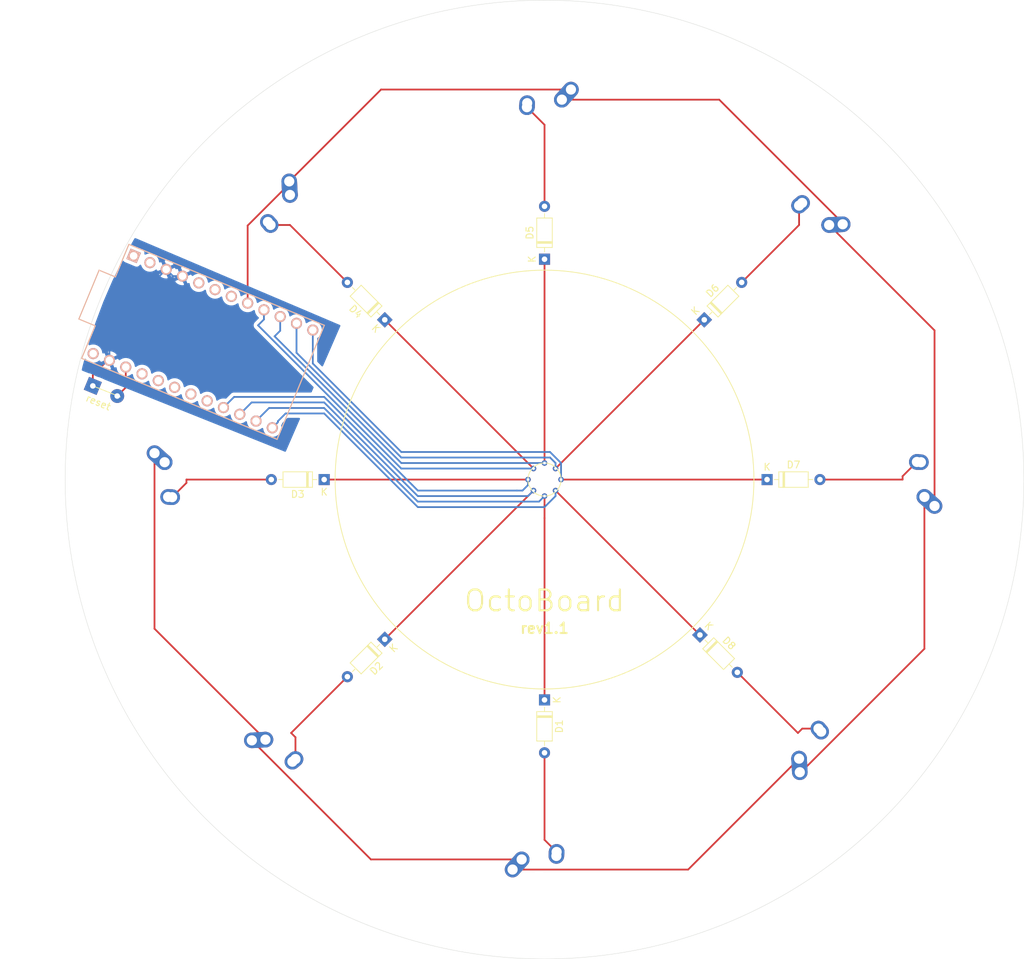
<source format=kicad_pcb>
(kicad_pcb (version 20171130) (host pcbnew "(5.1.5)-3")

  (general
    (thickness 1.6)
    (drawings 6)
    (tracks 119)
    (zones 0)
    (modules 22)
    (nets 31)
  )

  (page A4)
  (layers
    (0 F.Cu signal)
    (31 B.Cu signal)
    (32 B.Adhes user)
    (33 F.Adhes user)
    (34 B.Paste user)
    (35 F.Paste user)
    (36 B.SilkS user)
    (37 F.SilkS user)
    (38 B.Mask user)
    (39 F.Mask user)
    (40 Dwgs.User user)
    (41 Cmts.User user)
    (42 Eco1.User user)
    (43 Eco2.User user)
    (44 Edge.Cuts user)
    (45 Margin user)
    (46 B.CrtYd user)
    (47 F.CrtYd user)
    (48 B.Fab user)
    (49 F.Fab user)
  )

  (setup
    (last_trace_width 0.25)
    (trace_clearance 0.2)
    (zone_clearance 0.508)
    (zone_45_only no)
    (trace_min 0.2)
    (via_size 0.8)
    (via_drill 0.4)
    (via_min_size 0.4)
    (via_min_drill 0.3)
    (uvia_size 0.3)
    (uvia_drill 0.1)
    (uvias_allowed no)
    (uvia_min_size 0.2)
    (uvia_min_drill 0.1)
    (edge_width 0.05)
    (segment_width 0.2)
    (pcb_text_width 0.3)
    (pcb_text_size 1.5 1.5)
    (mod_edge_width 0.12)
    (mod_text_size 1 1)
    (mod_text_width 0.15)
    (pad_size 1.524 1.524)
    (pad_drill 0.762)
    (pad_to_mask_clearance 0.051)
    (solder_mask_min_width 0.25)
    (aux_axis_origin 0 0)
    (grid_origin 159.54375 114.3)
    (visible_elements 7FFFFFFF)
    (pcbplotparams
      (layerselection 0x010fc_ffffffff)
      (usegerberextensions false)
      (usegerberattributes false)
      (usegerberadvancedattributes false)
      (creategerberjobfile false)
      (excludeedgelayer true)
      (linewidth 0.100000)
      (plotframeref false)
      (viasonmask false)
      (mode 1)
      (useauxorigin false)
      (hpglpennumber 1)
      (hpglpenspeed 20)
      (hpglpendiameter 15.000000)
      (psnegative false)
      (psa4output false)
      (plotreference true)
      (plotvalue true)
      (plotinvisibletext false)
      (padsonsilk false)
      (subtractmaskfromsilk false)
      (outputformat 1)
      (mirror false)
      (drillshape 0)
      (scaleselection 1)
      (outputdirectory "Gerbers/"))
  )

  (net 0 "")
  (net 1 "Net-(D1-Pad2)")
  (net 2 ROW0)
  (net 3 "Net-(D2-Pad2)")
  (net 4 ROW1)
  (net 5 "Net-(D3-Pad2)")
  (net 6 ROW2)
  (net 7 "Net-(D4-Pad2)")
  (net 8 ROW3)
  (net 9 "Net-(D5-Pad2)")
  (net 10 ROW4)
  (net 11 "Net-(D6-Pad2)")
  (net 12 ROW5)
  (net 13 "Net-(D7-Pad2)")
  (net 14 ROW6)
  (net 15 "Net-(D8-Pad2)")
  (net 16 ROW7)
  (net 17 COL0)
  (net 18 "Net-(U1-Pad24)")
  (net 19 GND)
  (net 20 "Net-(U1-Pad21)")
  (net 21 "Net-(U1-Pad7)")
  (net 22 "Net-(U1-Pad6)")
  (net 23 "Net-(U1-Pad5)")
  (net 24 "Net-(U1-Pad2)")
  (net 25 "Net-(U1-Pad1)")
  (net 26 "Net-(U1-Pad20)")
  (net 27 "Net-(U1-Pad19)")
  (net 28 "Net-(U1-Pad18)")
  (net 29 "Net-(U1-Pad17)")
  (net 30 RST)

  (net_class Default "This is the default net class."
    (clearance 0.2)
    (trace_width 0.25)
    (via_dia 0.8)
    (via_drill 0.4)
    (uvia_dia 0.3)
    (uvia_drill 0.1)
    (add_net COL0)
    (add_net GND)
    (add_net "Net-(D1-Pad2)")
    (add_net "Net-(D2-Pad2)")
    (add_net "Net-(D3-Pad2)")
    (add_net "Net-(D4-Pad2)")
    (add_net "Net-(D5-Pad2)")
    (add_net "Net-(D6-Pad2)")
    (add_net "Net-(D7-Pad2)")
    (add_net "Net-(D8-Pad2)")
    (add_net "Net-(U1-Pad1)")
    (add_net "Net-(U1-Pad17)")
    (add_net "Net-(U1-Pad18)")
    (add_net "Net-(U1-Pad19)")
    (add_net "Net-(U1-Pad2)")
    (add_net "Net-(U1-Pad20)")
    (add_net "Net-(U1-Pad21)")
    (add_net "Net-(U1-Pad24)")
    (add_net "Net-(U1-Pad5)")
    (add_net "Net-(U1-Pad6)")
    (add_net "Net-(U1-Pad7)")
    (add_net ROW0)
    (add_net ROW1)
    (add_net ROW2)
    (add_net ROW3)
    (add_net ROW4)
    (add_net ROW5)
    (add_net ROW6)
    (add_net ROW7)
    (add_net RST)
  )

  (module MountingHole:MountingHole_2.2mm_M2 (layer F.Cu) (tedit 56D1B4CB) (tstamp 5E8A5854)
    (at 183.35625 173.0375)
    (descr "Mounting Hole 2.2mm, no annular, M2")
    (tags "mounting hole 2.2mm no annular m2")
    (attr virtual)
    (fp_text reference REF** (at 0 -3.2) (layer F.SilkS) hide
      (effects (font (size 1 1) (thickness 0.15)))
    )
    (fp_text value MountingHole_2.2mm_M2 (at 0 3.2) (layer F.Fab)
      (effects (font (size 1 1) (thickness 0.15)))
    )
    (fp_circle (center 0 0) (end 2.45 0) (layer F.CrtYd) (width 0.05))
    (fp_circle (center 0 0) (end 2.2 0) (layer Cmts.User) (width 0.15))
    (fp_text user %R (at 0.3 0) (layer F.Fab)
      (effects (font (size 1 1) (thickness 0.15)))
    )
    (pad 1 np_thru_hole circle (at 0 0) (size 2.2 2.2) (drill 2.2) (layers *.Cu *.Mask))
  )

  (module MountingHole:MountingHole_2.2mm_M2 (layer F.Cu) (tedit 56D1B4CB) (tstamp 5E8A5837)
    (at 219.075 90.4875)
    (descr "Mounting Hole 2.2mm, no annular, M2")
    (tags "mounting hole 2.2mm no annular m2")
    (attr virtual)
    (fp_text reference REF** (at 0 -3.2) (layer F.SilkS) hide
      (effects (font (size 1 1) (thickness 0.15)))
    )
    (fp_text value MountingHole_2.2mm_M2 (at 0 3.2) (layer F.Fab)
      (effects (font (size 1 1) (thickness 0.15)))
    )
    (fp_circle (center 0 0) (end 2.45 0) (layer F.CrtYd) (width 0.05))
    (fp_circle (center 0 0) (end 2.2 0) (layer Cmts.User) (width 0.15))
    (fp_text user %R (at 0.3 0) (layer F.Fab)
      (effects (font (size 1 1) (thickness 0.15)))
    )
    (pad 1 np_thru_hole circle (at 0 0) (size 2.2 2.2) (drill 2.2) (layers *.Cu *.Mask))
  )

  (module MountingHole:MountingHole_2.2mm_M2 (layer F.Cu) (tedit 56D1B4CB) (tstamp 5E8A581A)
    (at 127.79375 58.7375)
    (descr "Mounting Hole 2.2mm, no annular, M2")
    (tags "mounting hole 2.2mm no annular m2")
    (attr virtual)
    (fp_text reference REF** (at 0 -3.2) (layer F.SilkS) hide
      (effects (font (size 1 1) (thickness 0.15)))
    )
    (fp_text value MountingHole_2.2mm_M2 (at 0 3.2) (layer F.Fab)
      (effects (font (size 1 1) (thickness 0.15)))
    )
    (fp_circle (center 0 0) (end 2.45 0) (layer F.CrtYd) (width 0.05))
    (fp_circle (center 0 0) (end 2.2 0) (layer Cmts.User) (width 0.15))
    (fp_text user %R (at 0.3 0) (layer F.Fab)
      (effects (font (size 1 1) (thickness 0.15)))
    )
    (pad 1 np_thru_hole circle (at 0 0) (size 2.2 2.2) (drill 2.2) (layers *.Cu *.Mask))
  )

  (module MountingHole:MountingHole_2.2mm_M2 (layer F.Cu) (tedit 56D1B4CB) (tstamp 5E8A57F6)
    (at 103.98125 146.05)
    (descr "Mounting Hole 2.2mm, no annular, M2")
    (tags "mounting hole 2.2mm no annular m2")
    (attr virtual)
    (fp_text reference REF** (at 0 -3.2) (layer F.SilkS) hide
      (effects (font (size 1 1) (thickness 0.15)))
    )
    (fp_text value MountingHole_2.2mm_M2 (at 0 3.2) (layer F.Fab)
      (effects (font (size 1 1) (thickness 0.15)))
    )
    (fp_circle (center 0 0) (end 2.45 0) (layer F.CrtYd) (width 0.05))
    (fp_circle (center 0 0) (end 2.2 0) (layer Cmts.User) (width 0.15))
    (fp_text user %R (at 0.3 0) (layer F.Fab)
      (effects (font (size 1 1) (thickness 0.15)))
    )
    (pad 1 np_thru_hole circle (at 0 0) (size 2.2 2.2) (drill 2.2) (layers *.Cu *.Mask))
  )

  (module Connector_Wire:SolderWirePad_1x02_P3.81mm_Drill0.8mm (layer F.Cu) (tedit 5AEE54BF) (tstamp 5E8A4B95)
    (at 94.45625 100.80625 337.5)
    (descr "Wire solder connection")
    (tags connector)
    (path /5E89FCAF)
    (attr virtual)
    (fp_text reference reset (at 1.644594 1.896233 157.5) (layer F.SilkS)
      (effects (font (size 1 1) (thickness 0.15)))
    )
    (fp_text value Conn_02x01 (at -8.977888 1.141317 157.5) (layer F.Fab)
      (effects (font (size 1 1) (thickness 0.15)))
    )
    (fp_line (start 5.31 1.5) (end -1.49 1.5) (layer F.CrtYd) (width 0.05))
    (fp_line (start 5.31 1.5) (end 5.31 -1.5) (layer F.CrtYd) (width 0.05))
    (fp_line (start -1.49 -1.5) (end -1.49 1.5) (layer F.CrtYd) (width 0.05))
    (fp_line (start -1.49 -1.5) (end 5.31 -1.5) (layer F.CrtYd) (width 0.05))
    (fp_text user %R (at 1.905 0 157.5) (layer F.Fab)
      (effects (font (size 1 1) (thickness 0.15)))
    )
    (pad 2 thru_hole circle (at 3.81 0 337.5) (size 1.99898 1.99898) (drill 0.8001) (layers *.Cu *.Mask)
      (net 30 RST))
    (pad 1 thru_hole rect (at 0 0 337.5) (size 1.99898 1.99898) (drill 0.8001) (layers *.Cu *.Mask)
      (net 19 GND))
  )

  (module MX_Alps_Hybrid:MX-1U-NoLED (layer F.Cu) (tedit 5A9F5203) (tstamp 5E8913D4)
    (at 218.28125 114.3 90)
    (path /5E8917CA)
    (fp_text reference MX7 (at 0 3.175 90) (layer Dwgs.User)
      (effects (font (size 1 1) (thickness 0.15)))
    )
    (fp_text value MX-NoLED (at 0 -7.9375 90) (layer Dwgs.User)
      (effects (font (size 1 1) (thickness 0.15)))
    )
    (fp_line (start -9.525 9.525) (end -9.525 -9.525) (layer Dwgs.User) (width 0.15))
    (fp_line (start 9.525 9.525) (end -9.525 9.525) (layer Dwgs.User) (width 0.15))
    (fp_line (start 9.525 -9.525) (end 9.525 9.525) (layer Dwgs.User) (width 0.15))
    (fp_line (start -9.525 -9.525) (end 9.525 -9.525) (layer Dwgs.User) (width 0.15))
    (fp_line (start -7 -7) (end -7 -5) (layer Dwgs.User) (width 0.15))
    (fp_line (start -5 -7) (end -7 -7) (layer Dwgs.User) (width 0.15))
    (fp_line (start -7 7) (end -5 7) (layer Dwgs.User) (width 0.15))
    (fp_line (start -7 5) (end -7 7) (layer Dwgs.User) (width 0.15))
    (fp_line (start 7 7) (end 7 5) (layer Dwgs.User) (width 0.15))
    (fp_line (start 5 7) (end 7 7) (layer Dwgs.User) (width 0.15))
    (fp_line (start 7 -7) (end 7 -5) (layer Dwgs.User) (width 0.15))
    (fp_line (start 5 -7) (end 7 -7) (layer Dwgs.User) (width 0.15))
    (pad "" np_thru_hole circle (at 5.08 0 138.0996) (size 1.75 1.75) (drill 1.75) (layers *.Cu *.Mask))
    (pad "" np_thru_hole circle (at -5.08 0 138.0996) (size 1.75 1.75) (drill 1.75) (layers *.Cu *.Mask))
    (pad 1 thru_hole circle (at -2.5 -4 90) (size 2.25 2.25) (drill 1.47) (layers *.Cu B.Mask)
      (net 17 COL0))
    (pad "" np_thru_hole circle (at 0 0 90) (size 3.9878 3.9878) (drill 3.9878) (layers *.Cu *.Mask))
    (pad 1 thru_hole oval (at -3.81 -2.54 138.0996) (size 4.211556 2.25) (drill 1.47 (offset 0.980778 0)) (layers *.Cu B.Mask)
      (net 17 COL0))
    (pad 2 thru_hole circle (at 2.54 -5.08 90) (size 2.25 2.25) (drill 1.47) (layers *.Cu B.Mask)
      (net 13 "Net-(D7-Pad2)"))
    (pad 2 thru_hole oval (at 2.5 -4.5 176.0548) (size 2.831378 2.25) (drill 1.47 (offset 0.290689 0)) (layers *.Cu B.Mask)
      (net 13 "Net-(D7-Pad2)"))
  )

  (module promicro:ProMicro (layer B.Cu) (tedit 5A06A962) (tstamp 5E897655)
    (at 110.33125 94.45625 337.5)
    (descr "Pro Micro footprint")
    (tags "promicro ProMicro")
    (path /5E88BA59)
    (fp_text reference U1 (at 0 10.16 157.5) (layer B.SilkS) hide
      (effects (font (size 1 1) (thickness 0.15)) (justify mirror))
    )
    (fp_text value ProMicro (at 0 -10.16 157.5) (layer B.Fab)
      (effects (font (size 1 1) (thickness 0.15)) (justify mirror))
    )
    (fp_line (start 15.24 8.89) (end 15.24 -8.89) (layer B.SilkS) (width 0.15))
    (fp_line (start -15.24 8.89) (end 15.24 8.89) (layer B.SilkS) (width 0.15))
    (fp_line (start -15.24 3.81) (end -15.24 8.89) (layer B.SilkS) (width 0.15))
    (fp_line (start -17.78 3.81) (end -15.24 3.81) (layer B.SilkS) (width 0.15))
    (fp_line (start -17.78 -3.81) (end -17.78 3.81) (layer B.SilkS) (width 0.15))
    (fp_line (start -15.24 -3.81) (end -17.78 -3.81) (layer B.SilkS) (width 0.15))
    (fp_line (start -15.24 -8.89) (end -15.24 -3.81) (layer B.SilkS) (width 0.15))
    (fp_line (start -15.24 -8.89) (end 15.24 -8.89) (layer B.SilkS) (width 0.15))
    (fp_line (start -15.24 8.89) (end 15.24 8.89) (layer F.SilkS) (width 0.15))
    (fp_line (start -15.24 3.81) (end -15.24 8.89) (layer F.SilkS) (width 0.15))
    (fp_line (start -17.78 3.81) (end -15.24 3.81) (layer F.SilkS) (width 0.15))
    (fp_line (start -17.78 -3.81) (end -17.78 3.81) (layer F.SilkS) (width 0.15))
    (fp_line (start -15.24 -3.81) (end -17.78 -3.81) (layer F.SilkS) (width 0.15))
    (fp_line (start -15.24 -8.89) (end -15.24 -3.81) (layer F.SilkS) (width 0.15))
    (fp_line (start 15.24 -8.89) (end -15.24 -8.89) (layer F.SilkS) (width 0.15))
    (fp_line (start 15.24 8.89) (end 15.24 -8.89) (layer F.SilkS) (width 0.15))
    (pad 24 thru_hole circle (at -13.97 7.62 337.5) (size 1.6 1.6) (drill 1.1) (layers *.Cu *.Mask B.SilkS)
      (net 18 "Net-(U1-Pad24)"))
    (pad 23 thru_hole circle (at -11.43 7.62 337.5) (size 1.6 1.6) (drill 1.1) (layers *.Cu *.Mask B.SilkS)
      (net 19 GND))
    (pad 22 thru_hole circle (at -8.89 7.62 337.5) (size 1.6 1.6) (drill 1.1) (layers *.Cu *.Mask B.SilkS)
      (net 30 RST))
    (pad 21 thru_hole circle (at -6.35 7.62 337.5) (size 1.6 1.6) (drill 1.1) (layers *.Cu *.Mask B.SilkS)
      (net 20 "Net-(U1-Pad21)"))
    (pad 20 thru_hole circle (at -3.81 7.62 337.5) (size 1.6 1.6) (drill 1.1) (layers *.Cu *.Mask B.SilkS)
      (net 26 "Net-(U1-Pad20)"))
    (pad 19 thru_hole circle (at -1.27 7.62 337.5) (size 1.6 1.6) (drill 1.1) (layers *.Cu *.Mask B.SilkS)
      (net 27 "Net-(U1-Pad19)"))
    (pad 18 thru_hole circle (at 1.27 7.62 337.5) (size 1.6 1.6) (drill 1.1) (layers *.Cu *.Mask B.SilkS)
      (net 28 "Net-(U1-Pad18)"))
    (pad 17 thru_hole circle (at 3.81 7.62 337.5) (size 1.6 1.6) (drill 1.1) (layers *.Cu *.Mask B.SilkS)
      (net 29 "Net-(U1-Pad17)"))
    (pad 16 thru_hole circle (at 6.35 7.62 337.5) (size 1.6 1.6) (drill 1.1) (layers *.Cu *.Mask B.SilkS)
      (net 6 ROW2))
    (pad 15 thru_hole circle (at 8.89 7.62 337.5) (size 1.6 1.6) (drill 1.1) (layers *.Cu *.Mask B.SilkS)
      (net 4 ROW1))
    (pad 14 thru_hole circle (at 11.43 7.62 337.5) (size 1.6 1.6) (drill 1.1) (layers *.Cu *.Mask B.SilkS)
      (net 2 ROW0))
    (pad 13 thru_hole circle (at 13.97 7.62 337.5) (size 1.6 1.6) (drill 1.1) (layers *.Cu *.Mask B.SilkS)
      (net 16 ROW7))
    (pad 12 thru_hole circle (at 13.97 -7.62 337.5) (size 1.6 1.6) (drill 1.1) (layers *.Cu *.Mask B.SilkS)
      (net 14 ROW6))
    (pad 11 thru_hole circle (at 11.43 -7.62 337.5) (size 1.6 1.6) (drill 1.1) (layers *.Cu *.Mask B.SilkS)
      (net 12 ROW5))
    (pad 10 thru_hole circle (at 8.89 -7.62 337.5) (size 1.6 1.6) (drill 1.1) (layers *.Cu *.Mask B.SilkS)
      (net 10 ROW4))
    (pad 9 thru_hole circle (at 6.35 -7.62 337.5) (size 1.6 1.6) (drill 1.1) (layers *.Cu *.Mask B.SilkS)
      (net 8 ROW3))
    (pad 8 thru_hole circle (at 3.81 -7.62 337.5) (size 1.6 1.6) (drill 1.1) (layers *.Cu *.Mask B.SilkS)
      (net 17 COL0))
    (pad 7 thru_hole circle (at 1.27 -7.62 337.5) (size 1.6 1.6) (drill 1.1) (layers *.Cu *.Mask B.SilkS)
      (net 21 "Net-(U1-Pad7)"))
    (pad 6 thru_hole circle (at -1.27 -7.62 337.5) (size 1.6 1.6) (drill 1.1) (layers *.Cu *.Mask B.SilkS)
      (net 22 "Net-(U1-Pad6)"))
    (pad 5 thru_hole circle (at -3.81 -7.62 337.5) (size 1.6 1.6) (drill 1.1) (layers *.Cu *.Mask B.SilkS)
      (net 23 "Net-(U1-Pad5)"))
    (pad 4 thru_hole circle (at -6.35 -7.62 337.5) (size 1.6 1.6) (drill 1.1) (layers *.Cu *.Mask B.SilkS)
      (net 19 GND))
    (pad 3 thru_hole circle (at -8.89 -7.62 337.5) (size 1.6 1.6) (drill 1.1) (layers *.Cu *.Mask B.SilkS)
      (net 19 GND))
    (pad 2 thru_hole circle (at -11.43 -7.62 337.5) (size 1.6 1.6) (drill 1.1) (layers *.Cu *.Mask B.SilkS)
      (net 24 "Net-(U1-Pad2)"))
    (pad 1 thru_hole rect (at -13.97 -7.62 337.5) (size 1.6 1.6) (drill 1.1) (layers *.Cu *.Mask B.SilkS)
      (net 25 "Net-(U1-Pad1)"))
  )

  (module MX_Alps_Hybrid:MX-1U-NoLED (layer F.Cu) (tedit 5A9F5203) (tstamp 5E8913EB)
    (at 200.81875 155.575 45)
    (path /5E892461)
    (fp_text reference MX8 (at 0 3.175 45) (layer Dwgs.User)
      (effects (font (size 1 1) (thickness 0.15)))
    )
    (fp_text value MX-NoLED (at 0 -7.9375 45) (layer Dwgs.User)
      (effects (font (size 1 1) (thickness 0.15)))
    )
    (fp_line (start -9.525 9.525) (end -9.525 -9.525) (layer Dwgs.User) (width 0.15))
    (fp_line (start 9.525 9.525) (end -9.525 9.525) (layer Dwgs.User) (width 0.15))
    (fp_line (start 9.525 -9.525) (end 9.525 9.525) (layer Dwgs.User) (width 0.15))
    (fp_line (start -9.525 -9.525) (end 9.525 -9.525) (layer Dwgs.User) (width 0.15))
    (fp_line (start -7 -7) (end -7 -5) (layer Dwgs.User) (width 0.15))
    (fp_line (start -5 -7) (end -7 -7) (layer Dwgs.User) (width 0.15))
    (fp_line (start -7 7) (end -5 7) (layer Dwgs.User) (width 0.15))
    (fp_line (start -7 5) (end -7 7) (layer Dwgs.User) (width 0.15))
    (fp_line (start 7 7) (end 7 5) (layer Dwgs.User) (width 0.15))
    (fp_line (start 5 7) (end 7 7) (layer Dwgs.User) (width 0.15))
    (fp_line (start 7 -7) (end 7 -5) (layer Dwgs.User) (width 0.15))
    (fp_line (start 5 -7) (end 7 -7) (layer Dwgs.User) (width 0.15))
    (pad "" np_thru_hole circle (at 5.08 0 93.0996) (size 1.75 1.75) (drill 1.75) (layers *.Cu *.Mask))
    (pad "" np_thru_hole circle (at -5.08 0 93.0996) (size 1.75 1.75) (drill 1.75) (layers *.Cu *.Mask))
    (pad 1 thru_hole circle (at -2.5 -4 45) (size 2.25 2.25) (drill 1.47) (layers *.Cu B.Mask)
      (net 17 COL0))
    (pad "" np_thru_hole circle (at 0 0 45) (size 3.9878 3.9878) (drill 3.9878) (layers *.Cu *.Mask))
    (pad 1 thru_hole oval (at -3.81 -2.54 93.0996) (size 4.211556 2.25) (drill 1.47 (offset 0.980778 0)) (layers *.Cu B.Mask)
      (net 17 COL0))
    (pad 2 thru_hole circle (at 2.54 -5.08 45) (size 2.25 2.25) (drill 1.47) (layers *.Cu B.Mask)
      (net 15 "Net-(D8-Pad2)"))
    (pad 2 thru_hole oval (at 2.5 -4.5 131.0548) (size 2.831378 2.25) (drill 1.47 (offset 0.290689 0)) (layers *.Cu B.Mask)
      (net 15 "Net-(D8-Pad2)"))
  )

  (module MX_Alps_Hybrid:MX-1U-NoLED (layer F.Cu) (tedit 5A9F5203) (tstamp 5E8959D9)
    (at 201.6125 73.025 135)
    (path /5E891726)
    (fp_text reference MX6 (at 0 3.175 135) (layer Dwgs.User)
      (effects (font (size 1 1) (thickness 0.15)))
    )
    (fp_text value MX-NoLED (at 0 -7.9375 135) (layer Dwgs.User)
      (effects (font (size 1 1) (thickness 0.15)))
    )
    (fp_line (start -9.525 9.525) (end -9.525 -9.525) (layer Dwgs.User) (width 0.15))
    (fp_line (start 9.525 9.525) (end -9.525 9.525) (layer Dwgs.User) (width 0.15))
    (fp_line (start 9.525 -9.525) (end 9.525 9.525) (layer Dwgs.User) (width 0.15))
    (fp_line (start -9.525 -9.525) (end 9.525 -9.525) (layer Dwgs.User) (width 0.15))
    (fp_line (start -7 -7) (end -7 -5) (layer Dwgs.User) (width 0.15))
    (fp_line (start -5 -7) (end -7 -7) (layer Dwgs.User) (width 0.15))
    (fp_line (start -7 7) (end -5 7) (layer Dwgs.User) (width 0.15))
    (fp_line (start -7 5) (end -7 7) (layer Dwgs.User) (width 0.15))
    (fp_line (start 7 7) (end 7 5) (layer Dwgs.User) (width 0.15))
    (fp_line (start 5 7) (end 7 7) (layer Dwgs.User) (width 0.15))
    (fp_line (start 7 -7) (end 7 -5) (layer Dwgs.User) (width 0.15))
    (fp_line (start 5 -7) (end 7 -7) (layer Dwgs.User) (width 0.15))
    (pad "" np_thru_hole circle (at 5.08 0 183.0996) (size 1.75 1.75) (drill 1.75) (layers *.Cu *.Mask))
    (pad "" np_thru_hole circle (at -5.08 0 183.0996) (size 1.75 1.75) (drill 1.75) (layers *.Cu *.Mask))
    (pad 1 thru_hole circle (at -2.5 -4 135) (size 2.25 2.25) (drill 1.47) (layers *.Cu B.Mask)
      (net 17 COL0))
    (pad "" np_thru_hole circle (at 0 0 135) (size 3.9878 3.9878) (drill 3.9878) (layers *.Cu *.Mask))
    (pad 1 thru_hole oval (at -3.81 -2.54 183.0996) (size 4.211556 2.25) (drill 1.47 (offset 0.980778 0)) (layers *.Cu B.Mask)
      (net 17 COL0))
    (pad 2 thru_hole circle (at 2.54 -5.08 135) (size 2.25 2.25) (drill 1.47) (layers *.Cu B.Mask)
      (net 11 "Net-(D6-Pad2)"))
    (pad 2 thru_hole oval (at 2.5 -4.5 221.0548) (size 2.831378 2.25) (drill 1.47 (offset 0.290689 0)) (layers *.Cu B.Mask)
      (net 11 "Net-(D6-Pad2)"))
  )

  (module MX_Alps_Hybrid:MX-1U-NoLED (layer F.Cu) (tedit 5A9F5203) (tstamp 5E8913A6)
    (at 159.54375 55.5625 180)
    (path /5E8904A7)
    (fp_text reference MX5 (at 0 3.175) (layer Dwgs.User)
      (effects (font (size 1 1) (thickness 0.15)))
    )
    (fp_text value MX-NoLED (at 0 -7.9375) (layer Dwgs.User)
      (effects (font (size 1 1) (thickness 0.15)))
    )
    (fp_line (start -9.525 9.525) (end -9.525 -9.525) (layer Dwgs.User) (width 0.15))
    (fp_line (start 9.525 9.525) (end -9.525 9.525) (layer Dwgs.User) (width 0.15))
    (fp_line (start 9.525 -9.525) (end 9.525 9.525) (layer Dwgs.User) (width 0.15))
    (fp_line (start -9.525 -9.525) (end 9.525 -9.525) (layer Dwgs.User) (width 0.15))
    (fp_line (start -7 -7) (end -7 -5) (layer Dwgs.User) (width 0.15))
    (fp_line (start -5 -7) (end -7 -7) (layer Dwgs.User) (width 0.15))
    (fp_line (start -7 7) (end -5 7) (layer Dwgs.User) (width 0.15))
    (fp_line (start -7 5) (end -7 7) (layer Dwgs.User) (width 0.15))
    (fp_line (start 7 7) (end 7 5) (layer Dwgs.User) (width 0.15))
    (fp_line (start 5 7) (end 7 7) (layer Dwgs.User) (width 0.15))
    (fp_line (start 7 -7) (end 7 -5) (layer Dwgs.User) (width 0.15))
    (fp_line (start 5 -7) (end 7 -7) (layer Dwgs.User) (width 0.15))
    (pad "" np_thru_hole circle (at 5.08 0 228.0996) (size 1.75 1.75) (drill 1.75) (layers *.Cu *.Mask))
    (pad "" np_thru_hole circle (at -5.08 0 228.0996) (size 1.75 1.75) (drill 1.75) (layers *.Cu *.Mask))
    (pad 1 thru_hole circle (at -2.5 -4 180) (size 2.25 2.25) (drill 1.47) (layers *.Cu B.Mask)
      (net 17 COL0))
    (pad "" np_thru_hole circle (at 0 0 180) (size 3.9878 3.9878) (drill 3.9878) (layers *.Cu *.Mask))
    (pad 1 thru_hole oval (at -3.81 -2.54 228.0996) (size 4.211556 2.25) (drill 1.47 (offset 0.980778 0)) (layers *.Cu B.Mask)
      (net 17 COL0))
    (pad 2 thru_hole circle (at 2.54 -5.08 180) (size 2.25 2.25) (drill 1.47) (layers *.Cu B.Mask)
      (net 9 "Net-(D5-Pad2)"))
    (pad 2 thru_hole oval (at 2.5 -4.5 266.0548) (size 2.831378 2.25) (drill 1.47 (offset 0.290689 0)) (layers *.Cu B.Mask)
      (net 9 "Net-(D5-Pad2)"))
  )

  (module MX_Alps_Hybrid:MX-1U-NoLED (layer F.Cu) (tedit 5A9F5203) (tstamp 5E89138F)
    (at 118.26875 72.23125 225)
    (path /5E88F90E)
    (fp_text reference MX4 (at 0 3.175 45) (layer Dwgs.User)
      (effects (font (size 1 1) (thickness 0.15)))
    )
    (fp_text value MX-NoLED (at 0 -7.9375 45) (layer Dwgs.User)
      (effects (font (size 1 1) (thickness 0.15)))
    )
    (fp_line (start -9.525 9.525) (end -9.525 -9.525) (layer Dwgs.User) (width 0.15))
    (fp_line (start 9.525 9.525) (end -9.525 9.525) (layer Dwgs.User) (width 0.15))
    (fp_line (start 9.525 -9.525) (end 9.525 9.525) (layer Dwgs.User) (width 0.15))
    (fp_line (start -9.525 -9.525) (end 9.525 -9.525) (layer Dwgs.User) (width 0.15))
    (fp_line (start -7 -7) (end -7 -5) (layer Dwgs.User) (width 0.15))
    (fp_line (start -5 -7) (end -7 -7) (layer Dwgs.User) (width 0.15))
    (fp_line (start -7 7) (end -5 7) (layer Dwgs.User) (width 0.15))
    (fp_line (start -7 5) (end -7 7) (layer Dwgs.User) (width 0.15))
    (fp_line (start 7 7) (end 7 5) (layer Dwgs.User) (width 0.15))
    (fp_line (start 5 7) (end 7 7) (layer Dwgs.User) (width 0.15))
    (fp_line (start 7 -7) (end 7 -5) (layer Dwgs.User) (width 0.15))
    (fp_line (start 5 -7) (end 7 -7) (layer Dwgs.User) (width 0.15))
    (pad "" np_thru_hole circle (at 5.08 0 273.0996) (size 1.75 1.75) (drill 1.75) (layers *.Cu *.Mask))
    (pad "" np_thru_hole circle (at -5.08 0 273.0996) (size 1.75 1.75) (drill 1.75) (layers *.Cu *.Mask))
    (pad 1 thru_hole circle (at -2.5 -4 225) (size 2.25 2.25) (drill 1.47) (layers *.Cu B.Mask)
      (net 17 COL0))
    (pad "" np_thru_hole circle (at 0 0 225) (size 3.9878 3.9878) (drill 3.9878) (layers *.Cu *.Mask))
    (pad 1 thru_hole oval (at -3.81 -2.54 273.0996) (size 4.211556 2.25) (drill 1.47 (offset 0.980778 0)) (layers *.Cu B.Mask)
      (net 17 COL0))
    (pad 2 thru_hole circle (at 2.54 -5.08 225) (size 2.25 2.25) (drill 1.47) (layers *.Cu B.Mask)
      (net 7 "Net-(D4-Pad2)"))
    (pad 2 thru_hole oval (at 2.5 -4.5 311.0548) (size 2.831378 2.25) (drill 1.47 (offset 0.290689 0)) (layers *.Cu B.Mask)
      (net 7 "Net-(D4-Pad2)"))
  )

  (module MX_Alps_Hybrid:MX-1U-NoLED (layer F.Cu) (tedit 5A9F5203) (tstamp 5E891378)
    (at 100.80625 114.3 270)
    (path /5E88C249)
    (fp_text reference MX3 (at 0 3.175 90) (layer Dwgs.User)
      (effects (font (size 1 1) (thickness 0.15)))
    )
    (fp_text value MX-NoLED (at 0 -7.9375 90) (layer Dwgs.User)
      (effects (font (size 1 1) (thickness 0.15)))
    )
    (fp_line (start -9.525 9.525) (end -9.525 -9.525) (layer Dwgs.User) (width 0.15))
    (fp_line (start 9.525 9.525) (end -9.525 9.525) (layer Dwgs.User) (width 0.15))
    (fp_line (start 9.525 -9.525) (end 9.525 9.525) (layer Dwgs.User) (width 0.15))
    (fp_line (start -9.525 -9.525) (end 9.525 -9.525) (layer Dwgs.User) (width 0.15))
    (fp_line (start -7 -7) (end -7 -5) (layer Dwgs.User) (width 0.15))
    (fp_line (start -5 -7) (end -7 -7) (layer Dwgs.User) (width 0.15))
    (fp_line (start -7 7) (end -5 7) (layer Dwgs.User) (width 0.15))
    (fp_line (start -7 5) (end -7 7) (layer Dwgs.User) (width 0.15))
    (fp_line (start 7 7) (end 7 5) (layer Dwgs.User) (width 0.15))
    (fp_line (start 5 7) (end 7 7) (layer Dwgs.User) (width 0.15))
    (fp_line (start 7 -7) (end 7 -5) (layer Dwgs.User) (width 0.15))
    (fp_line (start 5 -7) (end 7 -7) (layer Dwgs.User) (width 0.15))
    (pad "" np_thru_hole circle (at 5.08 0 318.0996) (size 1.75 1.75) (drill 1.75) (layers *.Cu *.Mask))
    (pad "" np_thru_hole circle (at -5.08 0 318.0996) (size 1.75 1.75) (drill 1.75) (layers *.Cu *.Mask))
    (pad 1 thru_hole circle (at -2.5 -4 270) (size 2.25 2.25) (drill 1.47) (layers *.Cu B.Mask)
      (net 17 COL0))
    (pad "" np_thru_hole circle (at 0 0 270) (size 3.9878 3.9878) (drill 3.9878) (layers *.Cu *.Mask))
    (pad 1 thru_hole oval (at -3.81 -2.54 318.0996) (size 4.211556 2.25) (drill 1.47 (offset 0.980778 0)) (layers *.Cu B.Mask)
      (net 17 COL0))
    (pad 2 thru_hole circle (at 2.54 -5.08 270) (size 2.25 2.25) (drill 1.47) (layers *.Cu B.Mask)
      (net 5 "Net-(D3-Pad2)"))
    (pad 2 thru_hole oval (at 2.5 -4.5 356.0548) (size 2.831378 2.25) (drill 1.47 (offset 0.290689 0)) (layers *.Cu B.Mask)
      (net 5 "Net-(D3-Pad2)"))
  )

  (module MX_Alps_Hybrid:MX-1U-NoLED (layer F.Cu) (tedit 5A9F5203) (tstamp 5E8939D0)
    (at 118.26875 156.36875 315)
    (path /5E892A96)
    (fp_text reference MX2 (at 0 3.175 135) (layer Dwgs.User)
      (effects (font (size 1 1) (thickness 0.15)))
    )
    (fp_text value MX-NoLED (at 0 -7.9375 135) (layer Dwgs.User)
      (effects (font (size 1 1) (thickness 0.15)))
    )
    (fp_line (start -9.525 9.525) (end -9.525 -9.525) (layer Dwgs.User) (width 0.15))
    (fp_line (start 9.525 9.525) (end -9.525 9.525) (layer Dwgs.User) (width 0.15))
    (fp_line (start 9.525 -9.525) (end 9.525 9.525) (layer Dwgs.User) (width 0.15))
    (fp_line (start -9.525 -9.525) (end 9.525 -9.525) (layer Dwgs.User) (width 0.15))
    (fp_line (start -7 -7) (end -7 -5) (layer Dwgs.User) (width 0.15))
    (fp_line (start -5 -7) (end -7 -7) (layer Dwgs.User) (width 0.15))
    (fp_line (start -7 7) (end -5 7) (layer Dwgs.User) (width 0.15))
    (fp_line (start -7 5) (end -7 7) (layer Dwgs.User) (width 0.15))
    (fp_line (start 7 7) (end 7 5) (layer Dwgs.User) (width 0.15))
    (fp_line (start 5 7) (end 7 7) (layer Dwgs.User) (width 0.15))
    (fp_line (start 7 -7) (end 7 -5) (layer Dwgs.User) (width 0.15))
    (fp_line (start 5 -7) (end 7 -7) (layer Dwgs.User) (width 0.15))
    (pad "" np_thru_hole circle (at 5.08 0 3.0996) (size 1.75 1.75) (drill 1.75) (layers *.Cu *.Mask))
    (pad "" np_thru_hole circle (at -5.08 0 3.0996) (size 1.75 1.75) (drill 1.75) (layers *.Cu *.Mask))
    (pad 1 thru_hole circle (at -2.5 -4 315) (size 2.25 2.25) (drill 1.47) (layers *.Cu B.Mask)
      (net 17 COL0))
    (pad "" np_thru_hole circle (at 0 0 315) (size 3.9878 3.9878) (drill 3.9878) (layers *.Cu *.Mask))
    (pad 1 thru_hole oval (at -3.81 -2.54 3.0996) (size 4.211556 2.25) (drill 1.47 (offset 0.980778 0)) (layers *.Cu B.Mask)
      (net 17 COL0))
    (pad 2 thru_hole circle (at 2.54 -5.08 315) (size 2.25 2.25) (drill 1.47) (layers *.Cu B.Mask)
      (net 3 "Net-(D2-Pad2)"))
    (pad 2 thru_hole oval (at 2.5 -4.5 41.0548) (size 2.831378 2.25) (drill 1.47 (offset 0.290689 0)) (layers *.Cu B.Mask)
      (net 3 "Net-(D2-Pad2)"))
  )

  (module MX_Alps_Hybrid:MX-1U-NoLED (layer F.Cu) (tedit 5A9F5203) (tstamp 5E89134A)
    (at 158.75 173.0375)
    (path /5E891EF8)
    (fp_text reference MX1 (at 0 3.175) (layer Dwgs.User)
      (effects (font (size 1 1) (thickness 0.15)))
    )
    (fp_text value MX-NoLED (at 0 -7.9375) (layer Dwgs.User)
      (effects (font (size 1 1) (thickness 0.15)))
    )
    (fp_line (start -9.525 9.525) (end -9.525 -9.525) (layer Dwgs.User) (width 0.15))
    (fp_line (start 9.525 9.525) (end -9.525 9.525) (layer Dwgs.User) (width 0.15))
    (fp_line (start 9.525 -9.525) (end 9.525 9.525) (layer Dwgs.User) (width 0.15))
    (fp_line (start -9.525 -9.525) (end 9.525 -9.525) (layer Dwgs.User) (width 0.15))
    (fp_line (start -7 -7) (end -7 -5) (layer Dwgs.User) (width 0.15))
    (fp_line (start -5 -7) (end -7 -7) (layer Dwgs.User) (width 0.15))
    (fp_line (start -7 7) (end -5 7) (layer Dwgs.User) (width 0.15))
    (fp_line (start -7 5) (end -7 7) (layer Dwgs.User) (width 0.15))
    (fp_line (start 7 7) (end 7 5) (layer Dwgs.User) (width 0.15))
    (fp_line (start 5 7) (end 7 7) (layer Dwgs.User) (width 0.15))
    (fp_line (start 7 -7) (end 7 -5) (layer Dwgs.User) (width 0.15))
    (fp_line (start 5 -7) (end 7 -7) (layer Dwgs.User) (width 0.15))
    (pad "" np_thru_hole circle (at 5.08 0 48.0996) (size 1.75 1.75) (drill 1.75) (layers *.Cu *.Mask))
    (pad "" np_thru_hole circle (at -5.08 0 48.0996) (size 1.75 1.75) (drill 1.75) (layers *.Cu *.Mask))
    (pad 1 thru_hole circle (at -2.5 -4) (size 2.25 2.25) (drill 1.47) (layers *.Cu B.Mask)
      (net 17 COL0))
    (pad "" np_thru_hole circle (at 0 0) (size 3.9878 3.9878) (drill 3.9878) (layers *.Cu *.Mask))
    (pad 1 thru_hole oval (at -3.81 -2.54 48.0996) (size 4.211556 2.25) (drill 1.47 (offset 0.980778 0)) (layers *.Cu B.Mask)
      (net 17 COL0))
    (pad 2 thru_hole circle (at 2.54 -5.08) (size 2.25 2.25) (drill 1.47) (layers *.Cu B.Mask)
      (net 1 "Net-(D1-Pad2)"))
    (pad 2 thru_hole oval (at 2.5 -4.5 86.0548) (size 2.831378 2.25) (drill 1.47 (offset 0.290689 0)) (layers *.Cu B.Mask)
      (net 1 "Net-(D1-Pad2)"))
  )

  (module Diode_THT:D_DO-35_SOD27_P7.62mm_Horizontal (layer F.Cu) (tedit 5AE50CD5) (tstamp 5E891333)
    (at 181.936846 136.693096 315)
    (descr "Diode, DO-35_SOD27 series, Axial, Horizontal, pin pitch=7.62mm, , length*diameter=4*2mm^2, , http://www.diodes.com/_files/packages/DO-35.pdf")
    (tags "Diode DO-35_SOD27 series Axial Horizontal pin pitch 7.62mm  length 4mm diameter 2mm")
    (path /5E892467)
    (fp_text reference D8 (at 3.81 -2.12 135) (layer F.SilkS)
      (effects (font (size 1 1) (thickness 0.15)))
    )
    (fp_text value SOD27 (at 3.81 2.12 135) (layer F.Fab)
      (effects (font (size 1 1) (thickness 0.15)))
    )
    (fp_text user K (at 0 -1.8 135) (layer F.SilkS)
      (effects (font (size 1 1) (thickness 0.15)))
    )
    (fp_text user K (at 0 -1.8 135) (layer F.Fab)
      (effects (font (size 1 1) (thickness 0.15)))
    )
    (fp_text user %R (at 4.11 0 135) (layer F.Fab)
      (effects (font (size 0.8 0.8) (thickness 0.12)))
    )
    (fp_line (start 8.67 -1.25) (end -1.05 -1.25) (layer F.CrtYd) (width 0.05))
    (fp_line (start 8.67 1.25) (end 8.67 -1.25) (layer F.CrtYd) (width 0.05))
    (fp_line (start -1.05 1.25) (end 8.67 1.25) (layer F.CrtYd) (width 0.05))
    (fp_line (start -1.05 -1.25) (end -1.05 1.25) (layer F.CrtYd) (width 0.05))
    (fp_line (start 2.29 -1.12) (end 2.29 1.12) (layer F.SilkS) (width 0.12))
    (fp_line (start 2.53 -1.12) (end 2.53 1.12) (layer F.SilkS) (width 0.12))
    (fp_line (start 2.41 -1.12) (end 2.41 1.12) (layer F.SilkS) (width 0.12))
    (fp_line (start 6.58 0) (end 5.93 0) (layer F.SilkS) (width 0.12))
    (fp_line (start 1.04 0) (end 1.69 0) (layer F.SilkS) (width 0.12))
    (fp_line (start 5.93 -1.12) (end 1.69 -1.12) (layer F.SilkS) (width 0.12))
    (fp_line (start 5.93 1.12) (end 5.93 -1.12) (layer F.SilkS) (width 0.12))
    (fp_line (start 1.69 1.12) (end 5.93 1.12) (layer F.SilkS) (width 0.12))
    (fp_line (start 1.69 -1.12) (end 1.69 1.12) (layer F.SilkS) (width 0.12))
    (fp_line (start 2.31 -1) (end 2.31 1) (layer F.Fab) (width 0.1))
    (fp_line (start 2.51 -1) (end 2.51 1) (layer F.Fab) (width 0.1))
    (fp_line (start 2.41 -1) (end 2.41 1) (layer F.Fab) (width 0.1))
    (fp_line (start 7.62 0) (end 5.81 0) (layer F.Fab) (width 0.1))
    (fp_line (start 0 0) (end 1.81 0) (layer F.Fab) (width 0.1))
    (fp_line (start 5.81 -1) (end 1.81 -1) (layer F.Fab) (width 0.1))
    (fp_line (start 5.81 1) (end 5.81 -1) (layer F.Fab) (width 0.1))
    (fp_line (start 1.81 1) (end 5.81 1) (layer F.Fab) (width 0.1))
    (fp_line (start 1.81 -1) (end 1.81 1) (layer F.Fab) (width 0.1))
    (pad 2 thru_hole oval (at 7.62 0 315) (size 1.6 1.6) (drill 0.8) (layers *.Cu *.Mask)
      (net 15 "Net-(D8-Pad2)"))
    (pad 1 thru_hole rect (at 0 0 315) (size 1.6 1.6) (drill 0.8) (layers *.Cu *.Mask)
      (net 16 ROW7))
    (model ${KISYS3DMOD}/Diode_THT.3dshapes/D_DO-35_SOD27_P7.62mm_Horizontal.wrl
      (at (xyz 0 0 0))
      (scale (xyz 1 1 1))
      (rotate (xyz 0 0 0))
    )
  )

  (module Diode_THT:D_DO-35_SOD27_P7.62mm_Horizontal (layer F.Cu) (tedit 5AE50CD5) (tstamp 5E891314)
    (at 191.61125 114.3)
    (descr "Diode, DO-35_SOD27 series, Axial, Horizontal, pin pitch=7.62mm, , length*diameter=4*2mm^2, , http://www.diodes.com/_files/packages/DO-35.pdf")
    (tags "Diode DO-35_SOD27 series Axial Horizontal pin pitch 7.62mm  length 4mm diameter 2mm")
    (path /5E8917D0)
    (fp_text reference D7 (at 3.81 -2.12) (layer F.SilkS)
      (effects (font (size 1 1) (thickness 0.15)))
    )
    (fp_text value SOD27 (at 3.81 2.12) (layer F.Fab)
      (effects (font (size 1 1) (thickness 0.15)))
    )
    (fp_text user K (at 0 -1.8) (layer F.SilkS)
      (effects (font (size 1 1) (thickness 0.15)))
    )
    (fp_text user K (at 0 -1.8) (layer F.Fab)
      (effects (font (size 1 1) (thickness 0.15)))
    )
    (fp_text user %R (at 4.11 0) (layer F.Fab)
      (effects (font (size 0.8 0.8) (thickness 0.12)))
    )
    (fp_line (start 8.67 -1.25) (end -1.05 -1.25) (layer F.CrtYd) (width 0.05))
    (fp_line (start 8.67 1.25) (end 8.67 -1.25) (layer F.CrtYd) (width 0.05))
    (fp_line (start -1.05 1.25) (end 8.67 1.25) (layer F.CrtYd) (width 0.05))
    (fp_line (start -1.05 -1.25) (end -1.05 1.25) (layer F.CrtYd) (width 0.05))
    (fp_line (start 2.29 -1.12) (end 2.29 1.12) (layer F.SilkS) (width 0.12))
    (fp_line (start 2.53 -1.12) (end 2.53 1.12) (layer F.SilkS) (width 0.12))
    (fp_line (start 2.41 -1.12) (end 2.41 1.12) (layer F.SilkS) (width 0.12))
    (fp_line (start 6.58 0) (end 5.93 0) (layer F.SilkS) (width 0.12))
    (fp_line (start 1.04 0) (end 1.69 0) (layer F.SilkS) (width 0.12))
    (fp_line (start 5.93 -1.12) (end 1.69 -1.12) (layer F.SilkS) (width 0.12))
    (fp_line (start 5.93 1.12) (end 5.93 -1.12) (layer F.SilkS) (width 0.12))
    (fp_line (start 1.69 1.12) (end 5.93 1.12) (layer F.SilkS) (width 0.12))
    (fp_line (start 1.69 -1.12) (end 1.69 1.12) (layer F.SilkS) (width 0.12))
    (fp_line (start 2.31 -1) (end 2.31 1) (layer F.Fab) (width 0.1))
    (fp_line (start 2.51 -1) (end 2.51 1) (layer F.Fab) (width 0.1))
    (fp_line (start 2.41 -1) (end 2.41 1) (layer F.Fab) (width 0.1))
    (fp_line (start 7.62 0) (end 5.81 0) (layer F.Fab) (width 0.1))
    (fp_line (start 0 0) (end 1.81 0) (layer F.Fab) (width 0.1))
    (fp_line (start 5.81 -1) (end 1.81 -1) (layer F.Fab) (width 0.1))
    (fp_line (start 5.81 1) (end 5.81 -1) (layer F.Fab) (width 0.1))
    (fp_line (start 1.81 1) (end 5.81 1) (layer F.Fab) (width 0.1))
    (fp_line (start 1.81 -1) (end 1.81 1) (layer F.Fab) (width 0.1))
    (pad 2 thru_hole oval (at 7.62 0) (size 1.6 1.6) (drill 0.8) (layers *.Cu *.Mask)
      (net 13 "Net-(D7-Pad2)"))
    (pad 1 thru_hole rect (at 0 0) (size 1.6 1.6) (drill 0.8) (layers *.Cu *.Mask)
      (net 14 ROW6))
    (model ${KISYS3DMOD}/Diode_THT.3dshapes/D_DO-35_SOD27_P7.62mm_Horizontal.wrl
      (at (xyz 0 0 0))
      (scale (xyz 1 1 1))
      (rotate (xyz 0 0 0))
    )
  )

  (module Diode_THT:D_DO-35_SOD27_P7.62mm_Horizontal (layer F.Cu) (tedit 5AE50CD5) (tstamp 5E8912F5)
    (at 182.5625 91.28125 45)
    (descr "Diode, DO-35_SOD27 series, Axial, Horizontal, pin pitch=7.62mm, , length*diameter=4*2mm^2, , http://www.diodes.com/_files/packages/DO-35.pdf")
    (tags "Diode DO-35_SOD27 series Axial Horizontal pin pitch 7.62mm  length 4mm diameter 2mm")
    (path /5E89172C)
    (fp_text reference D6 (at 3.81 -2.12 45) (layer F.SilkS)
      (effects (font (size 1 1) (thickness 0.15)))
    )
    (fp_text value SOD27 (at 3.81 2.12 45) (layer F.Fab)
      (effects (font (size 1 1) (thickness 0.15)))
    )
    (fp_text user K (at 0 -1.8 45) (layer F.SilkS)
      (effects (font (size 1 1) (thickness 0.15)))
    )
    (fp_text user K (at 0 -1.8 45) (layer F.Fab)
      (effects (font (size 1 1) (thickness 0.15)))
    )
    (fp_text user %R (at 4.11 0 45) (layer F.Fab)
      (effects (font (size 0.8 0.8) (thickness 0.12)))
    )
    (fp_line (start 8.67 -1.25) (end -1.05 -1.25) (layer F.CrtYd) (width 0.05))
    (fp_line (start 8.67 1.25) (end 8.67 -1.25) (layer F.CrtYd) (width 0.05))
    (fp_line (start -1.05 1.25) (end 8.67 1.25) (layer F.CrtYd) (width 0.05))
    (fp_line (start -1.05 -1.25) (end -1.05 1.25) (layer F.CrtYd) (width 0.05))
    (fp_line (start 2.29 -1.12) (end 2.29 1.12) (layer F.SilkS) (width 0.12))
    (fp_line (start 2.53 -1.12) (end 2.53 1.12) (layer F.SilkS) (width 0.12))
    (fp_line (start 2.41 -1.12) (end 2.41 1.12) (layer F.SilkS) (width 0.12))
    (fp_line (start 6.58 0) (end 5.93 0) (layer F.SilkS) (width 0.12))
    (fp_line (start 1.04 0) (end 1.69 0) (layer F.SilkS) (width 0.12))
    (fp_line (start 5.93 -1.12) (end 1.69 -1.12) (layer F.SilkS) (width 0.12))
    (fp_line (start 5.93 1.12) (end 5.93 -1.12) (layer F.SilkS) (width 0.12))
    (fp_line (start 1.69 1.12) (end 5.93 1.12) (layer F.SilkS) (width 0.12))
    (fp_line (start 1.69 -1.12) (end 1.69 1.12) (layer F.SilkS) (width 0.12))
    (fp_line (start 2.31 -1) (end 2.31 1) (layer F.Fab) (width 0.1))
    (fp_line (start 2.51 -1) (end 2.51 1) (layer F.Fab) (width 0.1))
    (fp_line (start 2.41 -1) (end 2.41 1) (layer F.Fab) (width 0.1))
    (fp_line (start 7.62 0) (end 5.81 0) (layer F.Fab) (width 0.1))
    (fp_line (start 0 0) (end 1.81 0) (layer F.Fab) (width 0.1))
    (fp_line (start 5.81 -1) (end 1.81 -1) (layer F.Fab) (width 0.1))
    (fp_line (start 5.81 1) (end 5.81 -1) (layer F.Fab) (width 0.1))
    (fp_line (start 1.81 1) (end 5.81 1) (layer F.Fab) (width 0.1))
    (fp_line (start 1.81 -1) (end 1.81 1) (layer F.Fab) (width 0.1))
    (pad 2 thru_hole oval (at 7.62 0 45) (size 1.6 1.6) (drill 0.8) (layers *.Cu *.Mask)
      (net 11 "Net-(D6-Pad2)"))
    (pad 1 thru_hole rect (at 0 0 45) (size 1.6 1.6) (drill 0.8) (layers *.Cu *.Mask)
      (net 12 ROW5))
    (model ${KISYS3DMOD}/Diode_THT.3dshapes/D_DO-35_SOD27_P7.62mm_Horizontal.wrl
      (at (xyz 0 0 0))
      (scale (xyz 1 1 1))
      (rotate (xyz 0 0 0))
    )
  )

  (module Diode_THT:D_DO-35_SOD27_P7.62mm_Horizontal (layer F.Cu) (tedit 5AE50CD5) (tstamp 5E8912D6)
    (at 159.54375 82.55 90)
    (descr "Diode, DO-35_SOD27 series, Axial, Horizontal, pin pitch=7.62mm, , length*diameter=4*2mm^2, , http://www.diodes.com/_files/packages/DO-35.pdf")
    (tags "Diode DO-35_SOD27 series Axial Horizontal pin pitch 7.62mm  length 4mm diameter 2mm")
    (path /5E8904AD)
    (fp_text reference D5 (at 3.81 -2.12 90) (layer F.SilkS)
      (effects (font (size 1 1) (thickness 0.15)))
    )
    (fp_text value SOD27 (at 3.81 2.12 90) (layer F.Fab)
      (effects (font (size 1 1) (thickness 0.15)))
    )
    (fp_text user K (at 0 -1.8 90) (layer F.SilkS)
      (effects (font (size 1 1) (thickness 0.15)))
    )
    (fp_text user K (at 0 -1.8 90) (layer F.Fab)
      (effects (font (size 1 1) (thickness 0.15)))
    )
    (fp_text user %R (at 4.11 0 90) (layer F.Fab)
      (effects (font (size 0.8 0.8) (thickness 0.12)))
    )
    (fp_line (start 8.67 -1.25) (end -1.05 -1.25) (layer F.CrtYd) (width 0.05))
    (fp_line (start 8.67 1.25) (end 8.67 -1.25) (layer F.CrtYd) (width 0.05))
    (fp_line (start -1.05 1.25) (end 8.67 1.25) (layer F.CrtYd) (width 0.05))
    (fp_line (start -1.05 -1.25) (end -1.05 1.25) (layer F.CrtYd) (width 0.05))
    (fp_line (start 2.29 -1.12) (end 2.29 1.12) (layer F.SilkS) (width 0.12))
    (fp_line (start 2.53 -1.12) (end 2.53 1.12) (layer F.SilkS) (width 0.12))
    (fp_line (start 2.41 -1.12) (end 2.41 1.12) (layer F.SilkS) (width 0.12))
    (fp_line (start 6.58 0) (end 5.93 0) (layer F.SilkS) (width 0.12))
    (fp_line (start 1.04 0) (end 1.69 0) (layer F.SilkS) (width 0.12))
    (fp_line (start 5.93 -1.12) (end 1.69 -1.12) (layer F.SilkS) (width 0.12))
    (fp_line (start 5.93 1.12) (end 5.93 -1.12) (layer F.SilkS) (width 0.12))
    (fp_line (start 1.69 1.12) (end 5.93 1.12) (layer F.SilkS) (width 0.12))
    (fp_line (start 1.69 -1.12) (end 1.69 1.12) (layer F.SilkS) (width 0.12))
    (fp_line (start 2.31 -1) (end 2.31 1) (layer F.Fab) (width 0.1))
    (fp_line (start 2.51 -1) (end 2.51 1) (layer F.Fab) (width 0.1))
    (fp_line (start 2.41 -1) (end 2.41 1) (layer F.Fab) (width 0.1))
    (fp_line (start 7.62 0) (end 5.81 0) (layer F.Fab) (width 0.1))
    (fp_line (start 0 0) (end 1.81 0) (layer F.Fab) (width 0.1))
    (fp_line (start 5.81 -1) (end 1.81 -1) (layer F.Fab) (width 0.1))
    (fp_line (start 5.81 1) (end 5.81 -1) (layer F.Fab) (width 0.1))
    (fp_line (start 1.81 1) (end 5.81 1) (layer F.Fab) (width 0.1))
    (fp_line (start 1.81 -1) (end 1.81 1) (layer F.Fab) (width 0.1))
    (pad 2 thru_hole oval (at 7.62 0 90) (size 1.6 1.6) (drill 0.8) (layers *.Cu *.Mask)
      (net 9 "Net-(D5-Pad2)"))
    (pad 1 thru_hole rect (at 0 0 90) (size 1.6 1.6) (drill 0.8) (layers *.Cu *.Mask)
      (net 10 ROW4))
    (model ${KISYS3DMOD}/Diode_THT.3dshapes/D_DO-35_SOD27_P7.62mm_Horizontal.wrl
      (at (xyz 0 0 0))
      (scale (xyz 1 1 1))
      (rotate (xyz 0 0 0))
    )
  )

  (module Diode_THT:D_DO-35_SOD27_P7.62mm_Horizontal (layer F.Cu) (tedit 5AE50CD5) (tstamp 5E893DFD)
    (at 136.525 91.28125 135)
    (descr "Diode, DO-35_SOD27 series, Axial, Horizontal, pin pitch=7.62mm, , length*diameter=4*2mm^2, , http://www.diodes.com/_files/packages/DO-35.pdf")
    (tags "Diode DO-35_SOD27 series Axial Horizontal pin pitch 7.62mm  length 4mm diameter 2mm")
    (path /5E88F914)
    (fp_text reference D4 (at 3.81 -2.12 135) (layer F.SilkS)
      (effects (font (size 1 1) (thickness 0.15)))
    )
    (fp_text value SOD27 (at 3.81 2.12 45) (layer F.Fab)
      (effects (font (size 1 1) (thickness 0.15)))
    )
    (fp_text user K (at 0 -1.8 135) (layer F.SilkS)
      (effects (font (size 1 1) (thickness 0.15)))
    )
    (fp_text user K (at 0 -1.8 135) (layer F.Fab)
      (effects (font (size 1 1) (thickness 0.15)))
    )
    (fp_text user %R (at 4.11 0 135) (layer F.Fab)
      (effects (font (size 0.8 0.8) (thickness 0.12)))
    )
    (fp_line (start 8.67 -1.25) (end -1.05 -1.25) (layer F.CrtYd) (width 0.05))
    (fp_line (start 8.67 1.25) (end 8.67 -1.25) (layer F.CrtYd) (width 0.05))
    (fp_line (start -1.05 1.25) (end 8.67 1.25) (layer F.CrtYd) (width 0.05))
    (fp_line (start -1.05 -1.25) (end -1.05 1.25) (layer F.CrtYd) (width 0.05))
    (fp_line (start 2.29 -1.12) (end 2.29 1.12) (layer F.SilkS) (width 0.12))
    (fp_line (start 2.53 -1.12) (end 2.53 1.12) (layer F.SilkS) (width 0.12))
    (fp_line (start 2.41 -1.12) (end 2.41 1.12) (layer F.SilkS) (width 0.12))
    (fp_line (start 6.58 0) (end 5.93 0) (layer F.SilkS) (width 0.12))
    (fp_line (start 1.04 0) (end 1.69 0) (layer F.SilkS) (width 0.12))
    (fp_line (start 5.93 -1.12) (end 1.69 -1.12) (layer F.SilkS) (width 0.12))
    (fp_line (start 5.93 1.12) (end 5.93 -1.12) (layer F.SilkS) (width 0.12))
    (fp_line (start 1.69 1.12) (end 5.93 1.12) (layer F.SilkS) (width 0.12))
    (fp_line (start 1.69 -1.12) (end 1.69 1.12) (layer F.SilkS) (width 0.12))
    (fp_line (start 2.31 -1) (end 2.31 1) (layer F.Fab) (width 0.1))
    (fp_line (start 2.51 -1) (end 2.51 1) (layer F.Fab) (width 0.1))
    (fp_line (start 2.41 -1) (end 2.41 1) (layer F.Fab) (width 0.1))
    (fp_line (start 7.62 0) (end 5.81 0) (layer F.Fab) (width 0.1))
    (fp_line (start 0 0) (end 1.81 0) (layer F.Fab) (width 0.1))
    (fp_line (start 5.81 -1) (end 1.81 -1) (layer F.Fab) (width 0.1))
    (fp_line (start 5.81 1) (end 5.81 -1) (layer F.Fab) (width 0.1))
    (fp_line (start 1.81 1) (end 5.81 1) (layer F.Fab) (width 0.1))
    (fp_line (start 1.81 -1) (end 1.81 1) (layer F.Fab) (width 0.1))
    (pad 2 thru_hole oval (at 7.62 0 135) (size 1.6 1.6) (drill 0.8) (layers *.Cu *.Mask)
      (net 7 "Net-(D4-Pad2)"))
    (pad 1 thru_hole rect (at 0 0 135) (size 1.6 1.6) (drill 0.8) (layers *.Cu *.Mask)
      (net 8 ROW3))
    (model ${KISYS3DMOD}/Diode_THT.3dshapes/D_DO-35_SOD27_P7.62mm_Horizontal.wrl
      (at (xyz 0 0 0))
      (scale (xyz 1 1 1))
      (rotate (xyz 0 0 0))
    )
  )

  (module Diode_THT:D_DO-35_SOD27_P7.62mm_Horizontal (layer F.Cu) (tedit 5AE50CD5) (tstamp 5E891298)
    (at 127.79375 114.3 180)
    (descr "Diode, DO-35_SOD27 series, Axial, Horizontal, pin pitch=7.62mm, , length*diameter=4*2mm^2, , http://www.diodes.com/_files/packages/DO-35.pdf")
    (tags "Diode DO-35_SOD27 series Axial Horizontal pin pitch 7.62mm  length 4mm diameter 2mm")
    (path /5E88D2AD)
    (fp_text reference D3 (at 3.81 -2.12) (layer F.SilkS)
      (effects (font (size 1 1) (thickness 0.15)))
    )
    (fp_text value SOD27 (at 3.81 2.12) (layer F.Fab)
      (effects (font (size 1 1) (thickness 0.15)))
    )
    (fp_text user K (at 0 -1.8) (layer F.SilkS)
      (effects (font (size 1 1) (thickness 0.15)))
    )
    (fp_text user K (at 0 -1.8) (layer F.Fab)
      (effects (font (size 1 1) (thickness 0.15)))
    )
    (fp_text user %R (at 4.11 0) (layer F.Fab)
      (effects (font (size 0.8 0.8) (thickness 0.12)))
    )
    (fp_line (start 8.67 -1.25) (end -1.05 -1.25) (layer F.CrtYd) (width 0.05))
    (fp_line (start 8.67 1.25) (end 8.67 -1.25) (layer F.CrtYd) (width 0.05))
    (fp_line (start -1.05 1.25) (end 8.67 1.25) (layer F.CrtYd) (width 0.05))
    (fp_line (start -1.05 -1.25) (end -1.05 1.25) (layer F.CrtYd) (width 0.05))
    (fp_line (start 2.29 -1.12) (end 2.29 1.12) (layer F.SilkS) (width 0.12))
    (fp_line (start 2.53 -1.12) (end 2.53 1.12) (layer F.SilkS) (width 0.12))
    (fp_line (start 2.41 -1.12) (end 2.41 1.12) (layer F.SilkS) (width 0.12))
    (fp_line (start 6.58 0) (end 5.93 0) (layer F.SilkS) (width 0.12))
    (fp_line (start 1.04 0) (end 1.69 0) (layer F.SilkS) (width 0.12))
    (fp_line (start 5.93 -1.12) (end 1.69 -1.12) (layer F.SilkS) (width 0.12))
    (fp_line (start 5.93 1.12) (end 5.93 -1.12) (layer F.SilkS) (width 0.12))
    (fp_line (start 1.69 1.12) (end 5.93 1.12) (layer F.SilkS) (width 0.12))
    (fp_line (start 1.69 -1.12) (end 1.69 1.12) (layer F.SilkS) (width 0.12))
    (fp_line (start 2.31 -1) (end 2.31 1) (layer F.Fab) (width 0.1))
    (fp_line (start 2.51 -1) (end 2.51 1) (layer F.Fab) (width 0.1))
    (fp_line (start 2.41 -1) (end 2.41 1) (layer F.Fab) (width 0.1))
    (fp_line (start 7.62 0) (end 5.81 0) (layer F.Fab) (width 0.1))
    (fp_line (start 0 0) (end 1.81 0) (layer F.Fab) (width 0.1))
    (fp_line (start 5.81 -1) (end 1.81 -1) (layer F.Fab) (width 0.1))
    (fp_line (start 5.81 1) (end 5.81 -1) (layer F.Fab) (width 0.1))
    (fp_line (start 1.81 1) (end 5.81 1) (layer F.Fab) (width 0.1))
    (fp_line (start 1.81 -1) (end 1.81 1) (layer F.Fab) (width 0.1))
    (pad 2 thru_hole oval (at 7.62 0 180) (size 1.6 1.6) (drill 0.8) (layers *.Cu *.Mask)
      (net 5 "Net-(D3-Pad2)"))
    (pad 1 thru_hole rect (at 0 0 180) (size 1.6 1.6) (drill 0.8) (layers *.Cu *.Mask)
      (net 6 ROW2))
    (model ${KISYS3DMOD}/Diode_THT.3dshapes/D_DO-35_SOD27_P7.62mm_Horizontal.wrl
      (at (xyz 0 0 0))
      (scale (xyz 1 1 1))
      (rotate (xyz 0 0 0))
    )
  )

  (module Diode_THT:D_DO-35_SOD27_P7.62mm_Horizontal (layer F.Cu) (tedit 5AE50CD5) (tstamp 5E892E53)
    (at 136.525 137.31875 225)
    (descr "Diode, DO-35_SOD27 series, Axial, Horizontal, pin pitch=7.62mm, , length*diameter=4*2mm^2, , http://www.diodes.com/_files/packages/DO-35.pdf")
    (tags "Diode DO-35_SOD27 series Axial Horizontal pin pitch 7.62mm  length 4mm diameter 2mm")
    (path /5E892A9C)
    (fp_text reference D2 (at 3.81 -2.12 45) (layer F.SilkS)
      (effects (font (size 1 1) (thickness 0.15)))
    )
    (fp_text value SOD27 (at 3.81 2.12 45) (layer F.Fab)
      (effects (font (size 1 1) (thickness 0.15)))
    )
    (fp_text user K (at 0 -1.8 45) (layer F.SilkS)
      (effects (font (size 1 1) (thickness 0.15)))
    )
    (fp_text user K (at 0 -1.8 45) (layer F.Fab)
      (effects (font (size 1 1) (thickness 0.15)))
    )
    (fp_text user %R (at 4.11 0 45) (layer F.Fab)
      (effects (font (size 0.8 0.8) (thickness 0.12)))
    )
    (fp_line (start 8.67 -1.25) (end -1.05 -1.25) (layer F.CrtYd) (width 0.05))
    (fp_line (start 8.67 1.25) (end 8.67 -1.25) (layer F.CrtYd) (width 0.05))
    (fp_line (start -1.05 1.25) (end 8.67 1.25) (layer F.CrtYd) (width 0.05))
    (fp_line (start -1.05 -1.25) (end -1.05 1.25) (layer F.CrtYd) (width 0.05))
    (fp_line (start 2.29 -1.12) (end 2.29 1.12) (layer F.SilkS) (width 0.12))
    (fp_line (start 2.53 -1.12) (end 2.53 1.12) (layer F.SilkS) (width 0.12))
    (fp_line (start 2.41 -1.12) (end 2.41 1.12) (layer F.SilkS) (width 0.12))
    (fp_line (start 6.58 0) (end 5.93 0) (layer F.SilkS) (width 0.12))
    (fp_line (start 1.04 0) (end 1.69 0) (layer F.SilkS) (width 0.12))
    (fp_line (start 5.93 -1.12) (end 1.69 -1.12) (layer F.SilkS) (width 0.12))
    (fp_line (start 5.93 1.12) (end 5.93 -1.12) (layer F.SilkS) (width 0.12))
    (fp_line (start 1.69 1.12) (end 5.93 1.12) (layer F.SilkS) (width 0.12))
    (fp_line (start 1.69 -1.12) (end 1.69 1.12) (layer F.SilkS) (width 0.12))
    (fp_line (start 2.31 -1) (end 2.31 1) (layer F.Fab) (width 0.1))
    (fp_line (start 2.51 -1) (end 2.51 1) (layer F.Fab) (width 0.1))
    (fp_line (start 2.41 -1) (end 2.41 1) (layer F.Fab) (width 0.1))
    (fp_line (start 7.62 0) (end 5.81 0) (layer F.Fab) (width 0.1))
    (fp_line (start 0 0) (end 1.81 0) (layer F.Fab) (width 0.1))
    (fp_line (start 5.81 -1) (end 1.81 -1) (layer F.Fab) (width 0.1))
    (fp_line (start 5.81 1) (end 5.81 -1) (layer F.Fab) (width 0.1))
    (fp_line (start 1.81 1) (end 5.81 1) (layer F.Fab) (width 0.1))
    (fp_line (start 1.81 -1) (end 1.81 1) (layer F.Fab) (width 0.1))
    (pad 2 thru_hole oval (at 7.62 0 225) (size 1.6 1.6) (drill 0.8) (layers *.Cu *.Mask)
      (net 3 "Net-(D2-Pad2)"))
    (pad 1 thru_hole rect (at 0 0 225) (size 1.6 1.6) (drill 0.8) (layers *.Cu *.Mask)
      (net 4 ROW1))
    (model ${KISYS3DMOD}/Diode_THT.3dshapes/D_DO-35_SOD27_P7.62mm_Horizontal.wrl
      (at (xyz 0 0 0))
      (scale (xyz 1 1 1))
      (rotate (xyz 0 0 0))
    )
  )

  (module Diode_THT:D_DO-35_SOD27_P7.62mm_Horizontal (layer F.Cu) (tedit 5AE50CD5) (tstamp 5E89125A)
    (at 159.54375 146.05 270)
    (descr "Diode, DO-35_SOD27 series, Axial, Horizontal, pin pitch=7.62mm, , length*diameter=4*2mm^2, , http://www.diodes.com/_files/packages/DO-35.pdf")
    (tags "Diode DO-35_SOD27 series Axial Horizontal pin pitch 7.62mm  length 4mm diameter 2mm")
    (path /5E891EFE)
    (fp_text reference D1 (at 3.81 -2.12 90) (layer F.SilkS)
      (effects (font (size 1 1) (thickness 0.15)))
    )
    (fp_text value SOD27 (at 3.81 2.12 90) (layer F.Fab)
      (effects (font (size 1 1) (thickness 0.15)))
    )
    (fp_text user K (at 0 -1.8 90) (layer F.SilkS)
      (effects (font (size 1 1) (thickness 0.15)))
    )
    (fp_text user K (at 0 -1.8 90) (layer F.Fab)
      (effects (font (size 1 1) (thickness 0.15)))
    )
    (fp_text user %R (at 4.11 0 90) (layer F.Fab)
      (effects (font (size 0.8 0.8) (thickness 0.12)))
    )
    (fp_line (start 8.67 -1.25) (end -1.05 -1.25) (layer F.CrtYd) (width 0.05))
    (fp_line (start 8.67 1.25) (end 8.67 -1.25) (layer F.CrtYd) (width 0.05))
    (fp_line (start -1.05 1.25) (end 8.67 1.25) (layer F.CrtYd) (width 0.05))
    (fp_line (start -1.05 -1.25) (end -1.05 1.25) (layer F.CrtYd) (width 0.05))
    (fp_line (start 2.29 -1.12) (end 2.29 1.12) (layer F.SilkS) (width 0.12))
    (fp_line (start 2.53 -1.12) (end 2.53 1.12) (layer F.SilkS) (width 0.12))
    (fp_line (start 2.41 -1.12) (end 2.41 1.12) (layer F.SilkS) (width 0.12))
    (fp_line (start 6.58 0) (end 5.93 0) (layer F.SilkS) (width 0.12))
    (fp_line (start 1.04 0) (end 1.69 0) (layer F.SilkS) (width 0.12))
    (fp_line (start 5.93 -1.12) (end 1.69 -1.12) (layer F.SilkS) (width 0.12))
    (fp_line (start 5.93 1.12) (end 5.93 -1.12) (layer F.SilkS) (width 0.12))
    (fp_line (start 1.69 1.12) (end 5.93 1.12) (layer F.SilkS) (width 0.12))
    (fp_line (start 1.69 -1.12) (end 1.69 1.12) (layer F.SilkS) (width 0.12))
    (fp_line (start 2.31 -1) (end 2.31 1) (layer F.Fab) (width 0.1))
    (fp_line (start 2.51 -1) (end 2.51 1) (layer F.Fab) (width 0.1))
    (fp_line (start 2.41 -1) (end 2.41 1) (layer F.Fab) (width 0.1))
    (fp_line (start 7.62 0) (end 5.81 0) (layer F.Fab) (width 0.1))
    (fp_line (start 0 0) (end 1.81 0) (layer F.Fab) (width 0.1))
    (fp_line (start 5.81 -1) (end 1.81 -1) (layer F.Fab) (width 0.1))
    (fp_line (start 5.81 1) (end 5.81 -1) (layer F.Fab) (width 0.1))
    (fp_line (start 1.81 1) (end 5.81 1) (layer F.Fab) (width 0.1))
    (fp_line (start 1.81 -1) (end 1.81 1) (layer F.Fab) (width 0.1))
    (pad 2 thru_hole oval (at 7.62 0 270) (size 1.6 1.6) (drill 0.8) (layers *.Cu *.Mask)
      (net 1 "Net-(D1-Pad2)"))
    (pad 1 thru_hole rect (at 0 0 270) (size 1.6 1.6) (drill 0.8) (layers *.Cu *.Mask)
      (net 2 ROW0))
    (model ${KISYS3DMOD}/Diode_THT.3dshapes/D_DO-35_SOD27_P7.62mm_Horizontal.wrl
      (at (xyz 0 0 0))
      (scale (xyz 1 1 1))
      (rotate (xyz 0 0 0))
    )
  )

  (gr_line (start 94.45625 100.80625) (end 98.425 102.39375) (layer F.SilkS) (width 0.12))
  (gr_text rev1.1 (at 159.54375 135.73125) (layer F.SilkS)
    (effects (font (size 1.5 1.5) (thickness 0.3)))
  )
  (gr_text OctoBoard (at 159.54375 131.7625) (layer F.SilkS)
    (effects (font (size 3 3) (thickness 0.3)))
  )
  (gr_circle (center 159.54375 114.3) (end 157.1625 114.3) (layer F.SilkS) (width 0.12))
  (gr_circle (center 159.54375 114.3) (end 90.4875 112.7125) (layer Edge.Cuts) (width 0.05))
  (gr_circle (center 159.54375 114.3) (end 189.70625 115.09375) (layer F.SilkS) (width 0.12))

  (segment (start 161.25 167.9175) (end 161.25 168.5375) (width 0.25) (layer F.Cu) (net 1))
  (segment (start 159.54375 166.21125) (end 161.29 167.9575) (width 0.25) (layer F.Cu) (net 1))
  (segment (start 159.54375 153.67) (end 159.54375 166.21125) (width 0.25) (layer F.Cu) (net 1))
  (segment (start 159.54375 146.05) (end 159.54375 119.85625) (width 0.25) (layer F.Cu) (net 2))
  (via (at 159.54375 116.68125) (size 0.8) (drill 0.4) (layers F.Cu B.Cu) (net 2))
  (segment (start 159.54375 119.85625) (end 159.54375 116.68125) (width 0.25) (layer F.Cu) (net 2))
  (segment (start 117.975145 105.870284) (end 119.85625 103.989179) (width 0.25) (layer B.Cu) (net 2))
  (segment (start 119.85625 103.989179) (end 127.785821 103.989179) (width 0.25) (layer B.Cu) (net 2))
  (segment (start 127.785821 103.989179) (end 141.271642 117.475) (width 0.25) (layer B.Cu) (net 2))
  (segment (start 141.271642 117.475) (end 158.75 117.475) (width 0.25) (layer B.Cu) (net 2))
  (segment (start 158.75 117.475) (end 159.54375 116.68125) (width 0.25) (layer B.Cu) (net 2))
  (segment (start 123.656904 154.516129) (end 123.218497 154.954536) (width 0.25) (layer F.Cu) (net 3))
  (segment (start 131.136846 142.706904) (end 123.03125 150.8125) (width 0.25) (layer F.Cu) (net 3))
  (segment (start 123.656904 151.438154) (end 123.656904 154.572699) (width 0.25) (layer F.Cu) (net 3))
  (segment (start 123.03125 150.8125) (end 123.656904 151.438154) (width 0.25) (layer F.Cu) (net 3))
  (via (at 157.95625 115.8875) (size 0.8) (drill 0.4) (layers F.Cu B.Cu) (net 4))
  (segment (start 136.525 137.31875) (end 157.95625 115.8875) (width 0.25) (layer F.Cu) (net 4))
  (segment (start 157.1625 116.68125) (end 157.95625 115.8875) (width 0.25) (layer B.Cu) (net 4))
  (segment (start 127.79375 103.1875) (end 141.2875 116.68125) (width 0.25) (layer B.Cu) (net 4))
  (segment (start 115.628491 104.898268) (end 117.339259 103.1875) (width 0.25) (layer B.Cu) (net 4))
  (segment (start 141.2875 116.68125) (end 157.1625 116.68125) (width 0.25) (layer B.Cu) (net 4))
  (segment (start 117.339259 103.1875) (end 127.79375 103.1875) (width 0.25) (layer B.Cu) (net 4))
  (segment (start 120.17375 114.3) (end 107.95 114.3) (width 0.25) (layer F.Cu) (net 5))
  (segment (start 105.92625 116.8) (end 105.30625 116.8) (width 0.25) (layer F.Cu) (net 5))
  (segment (start 107.95 114.77625) (end 105.92625 116.8) (width 0.25) (layer F.Cu) (net 5))
  (segment (start 107.95 114.3) (end 107.95 114.77625) (width 0.25) (layer F.Cu) (net 5))
  (via (at 157.1625 114.3) (size 0.8) (drill 0.4) (layers F.Cu B.Cu) (net 6))
  (segment (start 127.79375 114.3) (end 157.1625 114.3) (width 0.25) (layer F.Cu) (net 6))
  (segment (start 127.79375 102.39375) (end 140.49375 115.09375) (width 0.25) (layer B.Cu) (net 6))
  (segment (start 113.281837 103.926252) (end 114.814339 102.39375) (width 0.25) (layer B.Cu) (net 6))
  (segment (start 114.814339 102.39375) (end 127.79375 102.39375) (width 0.25) (layer B.Cu) (net 6))
  (segment (start 140.49375 115.09375) (end 141.2875 115.8875) (width 0.25) (layer B.Cu) (net 6))
  (segment (start 141.2875 115.8875) (end 155.575 115.8875) (width 0.25) (layer B.Cu) (net 6))
  (segment (start 157.1625 114.3) (end 157.1625 115.09375) (width 0.25) (layer B.Cu) (net 6))
  (segment (start 157.1625 115.09375) (end 156.36875 115.8875) (width 0.25) (layer B.Cu) (net 6))
  (segment (start 156.36875 115.8875) (end 155.575 115.8875) (width 0.25) (layer B.Cu) (net 6))
  (segment (start 120.121371 77.619404) (end 119.682964 77.180997) (width 0.25) (layer F.Cu) (net 7))
  (segment (start 122.863154 77.619404) (end 120.121371 77.619404) (width 0.25) (layer F.Cu) (net 7))
  (segment (start 131.136846 85.893096) (end 122.863154 77.619404) (width 0.25) (layer F.Cu) (net 7))
  (via (at 157.95625 112.7125) (size 0.8) (drill 0.4) (layers F.Cu B.Cu) (net 8))
  (segment (start 136.525 91.28125) (end 157.95625 112.7125) (width 0.25) (layer F.Cu) (net 8))
  (segment (start 157.95625 112.7125) (end 138.90625 112.7125) (width 0.25) (layer B.Cu) (net 8))
  (segment (start 138.90625 112.7125) (end 118.26875 92.075) (width 0.25) (layer B.Cu) (net 8))
  (segment (start 119.113933 91.229817) (end 119.113933 89.846328) (width 0.25) (layer B.Cu) (net 8))
  (segment (start 118.26875 92.075) (end 119.113933 91.229817) (width 0.25) (layer B.Cu) (net 8))
  (segment (start 159.54375 63.1825) (end 157.04375 60.6825) (width 0.25) (layer F.Cu) (net 9))
  (segment (start 157.04375 60.6825) (end 157.04375 60.0625) (width 0.25) (layer F.Cu) (net 9))
  (segment (start 159.54375 74.93) (end 159.54375 63.1825) (width 0.25) (layer F.Cu) (net 9))
  (via (at 159.54375 111.91875) (size 0.8) (drill 0.4) (layers F.Cu B.Cu) (net 10))
  (segment (start 159.54375 82.55) (end 159.54375 111.91875) (width 0.25) (layer F.Cu) (net 10))
  (segment (start 159.54375 111.91875) (end 138.90625 111.91875) (width 0.25) (layer B.Cu) (net 10))
  (segment (start 138.90625 111.91875) (end 120.65 93.6625) (width 0.25) (layer B.Cu) (net 10))
  (segment (start 121.460587 92.851913) (end 121.460587 90.818344) (width 0.25) (layer B.Cu) (net 10))
  (segment (start 120.65 93.6625) (end 121.460587 92.851913) (width 0.25) (layer B.Cu) (net 10))
  (segment (start 196.224346 74.877621) (end 196.662753 74.439214) (width 0.25) (layer F.Cu) (net 11))
  (segment (start 196.224346 77.619404) (end 196.224346 74.877621) (width 0.25) (layer F.Cu) (net 11))
  (segment (start 187.950654 85.893096) (end 196.224346 77.619404) (width 0.25) (layer F.Cu) (net 11))
  (via (at 161.13125 112.7125) (size 0.8) (drill 0.4) (layers F.Cu B.Cu) (net 12))
  (segment (start 182.5625 91.28125) (end 161.13125 112.7125) (width 0.25) (layer F.Cu) (net 12))
  (segment (start 160.3375 111.125) (end 161.13125 111.91875) (width 0.25) (layer B.Cu) (net 12))
  (segment (start 161.13125 111.91875) (end 161.13125 112.7125) (width 0.25) (layer B.Cu) (net 12))
  (segment (start 138.90625 111.125) (end 160.3375 111.125) (width 0.25) (layer B.Cu) (net 12))
  (segment (start 123.807241 91.79036) (end 123.807241 96.025991) (width 0.25) (layer B.Cu) (net 12))
  (segment (start 123.807241 96.025991) (end 138.90625 111.125) (width 0.25) (layer B.Cu) (net 12))
  (segment (start 199.23125 114.3) (end 211.1375 114.3) (width 0.25) (layer F.Cu) (net 13))
  (segment (start 213.16125 111.8) (end 213.78125 111.8) (width 0.25) (layer F.Cu) (net 13))
  (segment (start 211.1375 113.82375) (end 213.16125 111.8) (width 0.25) (layer F.Cu) (net 13))
  (segment (start 211.1375 114.3) (end 211.1375 113.82375) (width 0.25) (layer F.Cu) (net 13))
  (via (at 161.925 114.3) (size 0.8) (drill 0.4) (layers F.Cu B.Cu) (net 14))
  (segment (start 191.61125 114.3) (end 161.925 114.3) (width 0.25) (layer F.Cu) (net 14))
  (segment (start 126.153895 97.578895) (end 126.153895 92.762376) (width 0.25) (layer B.Cu) (net 14))
  (segment (start 138.90625 110.33125) (end 126.153895 97.578895) (width 0.25) (layer B.Cu) (net 14))
  (segment (start 161.925 114.3) (end 161.925 111.91875) (width 0.25) (layer B.Cu) (net 14))
  (segment (start 161.925 111.91875) (end 160.3375 110.33125) (width 0.25) (layer B.Cu) (net 14))
  (segment (start 160.3375 110.33125) (end 138.90625 110.33125) (width 0.25) (layer B.Cu) (net 14))
  (segment (start 196.681904 150.186846) (end 199.022699 150.186846) (width 0.25) (layer F.Cu) (net 15))
  (segment (start 187.325 142.08125) (end 196.05625 150.8125) (width 0.25) (layer F.Cu) (net 15))
  (segment (start 196.05625 150.8125) (end 196.681904 150.186846) (width 0.25) (layer F.Cu) (net 15))
  (via (at 161.13125 115.8875) (size 0.8) (drill 0.4) (layers F.Cu B.Cu) (net 16))
  (segment (start 181.936846 136.693096) (end 161.13125 115.8875) (width 0.25) (layer F.Cu) (net 16))
  (segment (start 121.121798 106.042301) (end 121.121798 105.890702) (width 0.25) (layer B.Cu) (net 16))
  (segment (start 120.321799 106.8423) (end 121.121798 106.042301) (width 0.25) (layer B.Cu) (net 16))
  (segment (start 127.79375 104.775) (end 141.2875 118.26875) (width 0.25) (layer B.Cu) (net 16))
  (segment (start 121.121798 105.890702) (end 122.2375 104.775) (width 0.25) (layer B.Cu) (net 16))
  (segment (start 122.2375 104.775) (end 127.79375 104.775) (width 0.25) (layer B.Cu) (net 16))
  (segment (start 141.2875 118.26875) (end 159.54375 118.26875) (width 0.25) (layer B.Cu) (net 16))
  (segment (start 159.54375 118.26875) (end 161.13125 116.68125) (width 0.25) (layer B.Cu) (net 16))
  (segment (start 161.13125 116.68125) (end 161.13125 115.8875) (width 0.25) (layer B.Cu) (net 16))
  (segment (start 134.529602 169.0375) (end 156.25 169.0375) (width 0.25) (layer F.Cu) (net 17))
  (segment (start 117.370724 151.878622) (end 134.529602 169.0375) (width 0.25) (layer F.Cu) (net 17))
  (segment (start 214.28125 138.680526) (end 214.28125 118.39099) (width 0.25) (layer F.Cu) (net 17))
  (segment (start 214.28125 118.39099) (end 214.28125 116.8) (width 0.25) (layer F.Cu) (net 17))
  (segment (start 196.48875 156.473026) (end 214.28125 138.680526) (width 0.25) (layer F.Cu) (net 17))
  (segment (start 196.328622 156.473026) (end 196.48875 156.473026) (width 0.25) (layer F.Cu) (net 17))
  (segment (start 215.74125 92.810604) (end 200.55184 77.621194) (width 0.25) (layer F.Cu) (net 17))
  (segment (start 215.74125 118.11) (end 215.74125 92.810604) (width 0.25) (layer F.Cu) (net 17))
  (segment (start 163.63474 59.5625) (end 162.04375 59.5625) (width 0.25) (layer F.Cu) (net 17))
  (segment (start 184.718026 59.5625) (end 163.63474 59.5625) (width 0.25) (layer F.Cu) (net 17))
  (segment (start 202.510526 77.355) (end 184.718026 59.5625) (width 0.25) (layer F.Cu) (net 17))
  (segment (start 202.510526 77.515128) (end 202.510526 77.355) (width 0.25) (layer F.Cu) (net 17))
  (segment (start 103.34625 135.789396) (end 119.32941 151.772556) (width 0.25) (layer F.Cu) (net 17))
  (segment (start 103.34625 110.49) (end 103.34625 135.789396) (width 0.25) (layer F.Cu) (net 17))
  (segment (start 180.239396 170.4975) (end 196.222556 154.51434) (width 0.25) (layer F.Cu) (net 17))
  (segment (start 154.94 170.4975) (end 180.239396 170.4975) (width 0.25) (layer F.Cu) (net 17))
  (segment (start 122.758878 71.333224) (end 122.758878 71.709872) (width 0.25) (layer F.Cu) (net 17))
  (segment (start 116.767279 77.701471) (end 116.767279 88.874312) (width 0.25) (layer F.Cu) (net 17))
  (segment (start 122.758878 71.709872) (end 116.767279 77.701471) (width 0.25) (layer F.Cu) (net 17))
  (segment (start 135.989602 58.1025) (end 122.758878 71.333224) (width 0.25) (layer F.Cu) (net 17))
  (segment (start 163.35375 58.1025) (end 135.989602 58.1025) (width 0.25) (layer F.Cu) (net 17))
  (segment (start 106.006025 84.986248) (end 105.034009 84.014232) (width 0.25) (layer B.Cu) (net 19))
  (segment (start 107.380663 84.986248) (end 106.006025 84.986248) (width 0.25) (layer B.Cu) (net 19))
  (segment (start 96.855259 92.192982) (end 105.034009 84.014232) (width 0.25) (layer B.Cu) (net 19))
  (segment (start 96.855259 97.12214) (end 96.855259 92.192982) (width 0.25) (layer B.Cu) (net 19))
  (segment (start 96.855259 97.12214) (end 96.855259 96.855259) (width 0.25) (layer B.Cu) (net 19))
  (segment (start 96.855259 97.12214) (end 96.855259 96.855259) (width 0.25) (layer F.Cu) (net 19))
  (segment (start 94.45625 99.254268) (end 94.45625 100.80625) (width 0.25) (layer F.Cu) (net 19))
  (segment (start 96.855259 96.855259) (end 94.45625 99.254268) (width 0.25) (layer F.Cu) (net 19))
  (segment (start 99.201913 101.038592) (end 97.976231 102.264274) (width 0.25) (layer F.Cu) (net 30))
  (segment (start 99.201913 98.094156) (end 99.201913 101.038592) (width 0.25) (layer F.Cu) (net 30))

  (zone (net 19) (net_name GND) (layer B.Cu) (tstamp 5E89F3A9) (hatch edge 0.508)
    (connect_pads (clearance 0.508))
    (min_thickness 0.254)
    (fill yes (arc_segments 32) (thermal_gap 0.508) (thermal_bridge_width 0.508))
    (polygon
      (pts
        (xy 130.175 92.075) (xy 122.2375 110.33125) (xy 90.4875 97.63125) (xy 98.425 78.58125)
      )
    )
    (filled_polygon
      (pts
        (xy 130.007474 92.141795) (xy 127.517814 97.868013) (xy 126.913895 97.264094) (xy 126.913895 93.980419) (xy 127.068654 93.877013)
        (xy 127.268532 93.677135) (xy 127.425575 93.442103) (xy 127.533748 93.18095) (xy 127.588895 92.903711) (xy 127.588895 92.621041)
        (xy 127.533748 92.343802) (xy 127.425575 92.082649) (xy 127.268532 91.847617) (xy 127.068654 91.647739) (xy 126.833622 91.490696)
        (xy 126.572469 91.382523) (xy 126.29523 91.327376) (xy 126.01256 91.327376) (xy 125.735321 91.382523) (xy 125.474168 91.490696)
        (xy 125.241651 91.646059) (xy 125.187094 91.371786) (xy 125.078921 91.110633) (xy 124.921878 90.875601) (xy 124.722 90.675723)
        (xy 124.486968 90.51868) (xy 124.225815 90.410507) (xy 123.948576 90.35536) (xy 123.665906 90.35536) (xy 123.388667 90.410507)
        (xy 123.127514 90.51868) (xy 122.894997 90.674043) (xy 122.84044 90.39977) (xy 122.732267 90.138617) (xy 122.575224 89.903585)
        (xy 122.375346 89.703707) (xy 122.140314 89.546664) (xy 121.879161 89.438491) (xy 121.601922 89.383344) (xy 121.319252 89.383344)
        (xy 121.042013 89.438491) (xy 120.78086 89.546664) (xy 120.548343 89.702027) (xy 120.493786 89.427754) (xy 120.385613 89.166601)
        (xy 120.22857 88.931569) (xy 120.028692 88.731691) (xy 119.79366 88.574648) (xy 119.532507 88.466475) (xy 119.255268 88.411328)
        (xy 118.972598 88.411328) (xy 118.695359 88.466475) (xy 118.434206 88.574648) (xy 118.201689 88.730011) (xy 118.147132 88.455738)
        (xy 118.038959 88.194585) (xy 117.881916 87.959553) (xy 117.682038 87.759675) (xy 117.447006 87.602632) (xy 117.185853 87.494459)
        (xy 116.908614 87.439312) (xy 116.625944 87.439312) (xy 116.348705 87.494459) (xy 116.087552 87.602632) (xy 115.855035 87.757995)
        (xy 115.800478 87.483722) (xy 115.692305 87.222569) (xy 115.535262 86.987537) (xy 115.335384 86.787659) (xy 115.100352 86.630616)
        (xy 114.839199 86.522443) (xy 114.56196 86.467296) (xy 114.27929 86.467296) (xy 114.002051 86.522443) (xy 113.740898 86.630616)
        (xy 113.508381 86.785979) (xy 113.453824 86.511706) (xy 113.345651 86.250553) (xy 113.188608 86.015521) (xy 112.98873 85.815643)
        (xy 112.753698 85.6586) (xy 112.492545 85.550427) (xy 112.215306 85.49528) (xy 111.932636 85.49528) (xy 111.655397 85.550427)
        (xy 111.394244 85.6586) (xy 111.161727 85.813963) (xy 111.10717 85.53969) (xy 110.998997 85.278537) (xy 110.841954 85.043505)
        (xy 110.642076 84.843627) (xy 110.407044 84.686584) (xy 110.145891 84.578411) (xy 109.868652 84.523264) (xy 109.585982 84.523264)
        (xy 109.308743 84.578411) (xy 109.04759 84.686584) (xy 108.813703 84.842862) (xy 108.806963 84.774432) (xy 108.608959 84.614935)
        (xy 107.604867 85.030844) (xy 107.574412 85.000389) (xy 107.394804 85.179997) (xy 107.742329 85.527522) (xy 107.986641 86.117343)
        (xy 108.239433 86.144571) (xy 108.292317 86.096656) (xy 108.292317 86.099599) (xy 108.347464 86.376838) (xy 108.455637 86.637991)
        (xy 108.61268 86.873023) (xy 108.812558 87.072901) (xy 109.04759 87.229944) (xy 109.308743 87.338117) (xy 109.585982 87.393264)
        (xy 109.868652 87.393264) (xy 110.145891 87.338117) (xy 110.407044 87.229944) (xy 110.639561 87.074581) (xy 110.694118 87.348854)
        (xy 110.802291 87.610007) (xy 110.959334 87.845039) (xy 111.159212 88.044917) (xy 111.394244 88.20196) (xy 111.655397 88.310133)
        (xy 111.932636 88.36528) (xy 112.215306 88.36528) (xy 112.492545 88.310133) (xy 112.753698 88.20196) (xy 112.986215 88.046597)
        (xy 113.040772 88.32087) (xy 113.148945 88.582023) (xy 113.305988 88.817055) (xy 113.505866 89.016933) (xy 113.740898 89.173976)
        (xy 114.002051 89.282149) (xy 114.27929 89.337296) (xy 114.56196 89.337296) (xy 114.839199 89.282149) (xy 115.100352 89.173976)
        (xy 115.332869 89.018613) (xy 115.387426 89.292886) (xy 115.495599 89.554039) (xy 115.652642 89.789071) (xy 115.85252 89.988949)
        (xy 116.087552 90.145992) (xy 116.348705 90.254165) (xy 116.625944 90.309312) (xy 116.908614 90.309312) (xy 117.185853 90.254165)
        (xy 117.447006 90.145992) (xy 117.679523 89.990629) (xy 117.73408 90.264902) (xy 117.842253 90.526055) (xy 117.999296 90.761087)
        (xy 118.199174 90.960965) (xy 118.264401 91.004548) (xy 117.757752 91.511197) (xy 117.728749 91.534999) (xy 117.641449 91.641374)
        (xy 117.633776 91.650724) (xy 117.563204 91.782754) (xy 117.519748 91.926015) (xy 117.505074 92.075) (xy 117.519748 92.223985)
        (xy 117.563204 92.367246) (xy 117.633776 92.499276) (xy 117.728749 92.615001) (xy 117.757753 92.638804) (xy 126.144828 101.02588)
        (xy 125.880537 101.63375) (xy 114.851661 101.63375) (xy 114.814338 101.630074) (xy 114.777015 101.63375) (xy 114.777006 101.63375)
        (xy 114.665353 101.644747) (xy 114.522092 101.688204) (xy 114.390062 101.758776) (xy 114.306422 101.827418) (xy 114.274338 101.853749)
        (xy 114.25054 101.882747) (xy 113.605723 102.527564) (xy 113.423172 102.491252) (xy 113.140502 102.491252) (xy 112.863263 102.546399)
        (xy 112.60211 102.654572) (xy 112.369593 102.809935) (xy 112.315036 102.535662) (xy 112.206863 102.274509) (xy 112.04982 102.039477)
        (xy 111.849942 101.839599) (xy 111.61491 101.682556) (xy 111.353757 101.574383) (xy 111.076518 101.519236) (xy 110.793848 101.519236)
        (xy 110.516609 101.574383) (xy 110.255456 101.682556) (xy 110.022939 101.837919) (xy 109.968382 101.563646) (xy 109.860209 101.302493)
        (xy 109.703166 101.067461) (xy 109.503288 100.867583) (xy 109.268256 100.71054) (xy 109.007103 100.602367) (xy 108.729864 100.54722)
        (xy 108.447194 100.54722) (xy 108.169955 100.602367) (xy 107.908802 100.71054) (xy 107.676285 100.865903) (xy 107.621728 100.59163)
        (xy 107.513555 100.330477) (xy 107.356512 100.095445) (xy 107.156634 99.895567) (xy 106.921602 99.738524) (xy 106.660449 99.630351)
        (xy 106.38321 99.575204) (xy 106.10054 99.575204) (xy 105.823301 99.630351) (xy 105.562148 99.738524) (xy 105.329631 99.893887)
        (xy 105.275074 99.619614) (xy 105.166901 99.358461) (xy 105.009858 99.123429) (xy 104.80998 98.923551) (xy 104.574948 98.766508)
        (xy 104.313795 98.658335) (xy 104.036556 98.603188) (xy 103.753886 98.603188) (xy 103.476647 98.658335) (xy 103.215494 98.766508)
        (xy 102.982977 98.921871) (xy 102.92842 98.647598) (xy 102.820247 98.386445) (xy 102.663204 98.151413) (xy 102.463326 97.951535)
        (xy 102.228294 97.794492) (xy 101.967141 97.686319) (xy 101.689902 97.631172) (xy 101.407232 97.631172) (xy 101.129993 97.686319)
        (xy 100.86884 97.794492) (xy 100.636323 97.949855) (xy 100.581766 97.675582) (xy 100.473593 97.414429) (xy 100.31655 97.179397)
        (xy 100.116672 96.979519) (xy 99.88164 96.822476) (xy 99.620487 96.714303) (xy 99.343248 96.659156) (xy 99.060578 96.659156)
        (xy 98.783339 96.714303) (xy 98.522186 96.822476) (xy 98.288299 96.978754) (xy 98.281559 96.910324) (xy 98.083555 96.750827)
        (xy 97.079463 97.166736) (xy 97.049008 97.136281) (xy 96.8694 97.315889) (xy 97.216925 97.663414) (xy 97.461237 98.253235)
        (xy 97.714029 98.280463) (xy 97.766913 98.232548) (xy 97.766913 98.235491) (xy 97.82206 98.51273) (xy 97.930233 98.773883)
        (xy 98.087276 99.008915) (xy 98.287154 99.208793) (xy 98.522186 99.365836) (xy 98.783339 99.474009) (xy 99.060578 99.529156)
        (xy 99.343248 99.529156) (xy 99.620487 99.474009) (xy 99.88164 99.365836) (xy 100.114157 99.210473) (xy 100.168714 99.484746)
        (xy 100.276887 99.745899) (xy 100.43393 99.980931) (xy 100.633808 100.180809) (xy 100.86884 100.337852) (xy 101.129993 100.446025)
        (xy 101.407232 100.501172) (xy 101.689902 100.501172) (xy 101.967141 100.446025) (xy 102.228294 100.337852) (xy 102.460811 100.182489)
        (xy 102.515368 100.456762) (xy 102.623541 100.717915) (xy 102.780584 100.952947) (xy 102.980462 101.152825) (xy 103.215494 101.309868)
        (xy 103.476647 101.418041) (xy 103.753886 101.473188) (xy 104.036556 101.473188) (xy 104.313795 101.418041) (xy 104.574948 101.309868)
        (xy 104.807465 101.154505) (xy 104.862022 101.428778) (xy 104.970195 101.689931) (xy 105.127238 101.924963) (xy 105.327116 102.124841)
        (xy 105.562148 102.281884) (xy 105.823301 102.390057) (xy 106.10054 102.445204) (xy 106.38321 102.445204) (xy 106.660449 102.390057)
        (xy 106.921602 102.281884) (xy 107.154119 102.126521) (xy 107.208676 102.400794) (xy 107.316849 102.661947) (xy 107.473892 102.896979)
        (xy 107.67377 103.096857) (xy 107.908802 103.2539) (xy 108.169955 103.362073) (xy 108.447194 103.41722) (xy 108.729864 103.41722)
        (xy 109.007103 103.362073) (xy 109.268256 103.2539) (xy 109.500773 103.098537) (xy 109.55533 103.37281) (xy 109.663503 103.633963)
        (xy 109.820546 103.868995) (xy 110.020424 104.068873) (xy 110.255456 104.225916) (xy 110.516609 104.334089) (xy 110.793848 104.389236)
        (xy 111.076518 104.389236) (xy 111.353757 104.334089) (xy 111.61491 104.225916) (xy 111.847427 104.070553) (xy 111.901984 104.344826)
        (xy 112.010157 104.605979) (xy 112.1672 104.841011) (xy 112.367078 105.040889) (xy 112.60211 105.197932) (xy 112.863263 105.306105)
        (xy 113.140502 105.361252) (xy 113.423172 105.361252) (xy 113.700411 105.306105) (xy 113.961564 105.197932) (xy 114.194081 105.042569)
        (xy 114.248638 105.316842) (xy 114.356811 105.577995) (xy 114.513854 105.813027) (xy 114.713732 106.012905) (xy 114.948764 106.169948)
        (xy 115.209917 106.278121) (xy 115.487156 106.333268) (xy 115.769826 106.333268) (xy 116.047065 106.278121) (xy 116.308218 106.169948)
        (xy 116.540735 106.014585) (xy 116.595292 106.288858) (xy 116.703465 106.550011) (xy 116.860508 106.785043) (xy 117.060386 106.984921)
        (xy 117.295418 107.141964) (xy 117.556571 107.250137) (xy 117.83381 107.305284) (xy 118.11648 107.305284) (xy 118.393719 107.250137)
        (xy 118.654872 107.141964) (xy 118.887389 106.986601) (xy 118.941946 107.260874) (xy 119.050119 107.522027) (xy 119.207162 107.757059)
        (xy 119.40704 107.956937) (xy 119.642072 108.11398) (xy 119.903225 108.222153) (xy 120.180464 108.2773) (xy 120.463134 108.2773)
        (xy 120.740373 108.222153) (xy 121.001526 108.11398) (xy 121.236558 107.956937) (xy 121.436436 107.757059) (xy 121.593479 107.522027)
        (xy 121.701652 107.260874) (xy 121.756799 106.983635) (xy 121.756799 106.700965) (xy 121.719266 106.512278) (xy 121.756771 106.466578)
        (xy 121.756772 106.466577) (xy 121.827344 106.334548) (xy 121.859823 106.227479) (xy 122.552302 105.535) (xy 124.184341 105.535)
        (xy 122.170192 110.167543) (xy 96.143574 99.756896) (xy 96.116641 99.734792) (xy 96.006326 99.675828) (xy 95.345741 99.40553)
        (xy 95.306154 99.421928) (xy 94.837473 99.234455) (xy 94.817744 99.186826) (xy 94.159509 98.910852) (xy 94.039811 98.874541)
        (xy 93.91533 98.862281) (xy 93.908676 98.862936) (xy 92.989519 98.495274) (xy 93.087166 98.049907) (xy 93.105801 97.98091)
        (xy 95.696936 97.98091) (xy 95.88673 98.190386) (xy 96.113745 98.358811) (xy 96.369256 98.479711) (xy 96.643444 98.54844)
        (xy 96.925772 98.562357) (xy 97.067075 98.54844) (xy 97.226572 98.350436) (xy 96.786527 97.288073) (xy 95.724164 97.728118)
        (xy 95.696936 97.98091) (xy 93.105801 97.98091) (xy 93.364945 97.021447) (xy 93.393968 97.064883) (xy 93.593846 97.264761)
        (xy 93.828878 97.421804) (xy 94.090031 97.529977) (xy 94.36727 97.585124) (xy 94.64994 97.585124) (xy 94.927179 97.529977)
        (xy 95.188332 97.421804) (xy 95.422219 97.265526) (xy 95.428959 97.333956) (xy 95.626963 97.493453) (xy 96.631055 97.077544)
        (xy 96.66151 97.107999) (xy 96.841118 96.928391) (xy 96.493593 96.580866) (xy 96.249281 95.991045) (xy 95.996489 95.963817)
        (xy 95.943605 96.011732) (xy 95.943605 96.008789) (xy 95.920741 95.893844) (xy 96.483946 95.893844) (xy 96.923991 96.956207)
        (xy 97.986354 96.516162) (xy 98.013582 96.26337) (xy 97.823788 96.053894) (xy 97.596773 95.885469) (xy 97.341262 95.764569)
        (xy 97.067074 95.69584) (xy 96.784746 95.681923) (xy 96.643443 95.69584) (xy 96.483946 95.893844) (xy 95.920741 95.893844)
        (xy 95.888458 95.73155) (xy 95.780285 95.470397) (xy 95.623242 95.235365) (xy 95.423364 95.035487) (xy 95.188332 94.878444)
        (xy 94.927179 94.770271) (xy 94.64994 94.715124) (xy 94.36727 94.715124) (xy 94.090031 94.770271) (xy 93.961685 94.823434)
        (xy 94.949119 91.759441) (xy 96.104108 88.688382) (xy 97.332113 85.845018) (xy 106.22234 85.845018) (xy 106.412134 86.054494)
        (xy 106.639149 86.222919) (xy 106.89466 86.343819) (xy 107.168848 86.412548) (xy 107.451176 86.426465) (xy 107.592479 86.412548)
        (xy 107.751976 86.214544) (xy 107.311931 85.152181) (xy 106.249568 85.592226) (xy 106.22234 85.845018) (xy 97.332113 85.845018)
        (xy 97.40501 85.676232) (xy 97.798627 84.873002) (xy 103.875686 84.873002) (xy 104.06548 85.082478) (xy 104.292495 85.250903)
        (xy 104.548006 85.371803) (xy 104.822194 85.440532) (xy 105.104522 85.454449) (xy 105.245825 85.440532) (xy 105.405322 85.242528)
        (xy 104.976799 84.207981) (xy 105.04815 84.207981) (xy 105.395675 84.555506) (xy 105.639987 85.145327) (xy 105.892779 85.172555)
        (xy 105.947011 85.123418) (xy 105.954363 85.198064) (xy 106.152367 85.357561) (xy 107.156459 84.941652) (xy 107.186914 84.972107)
        (xy 107.366522 84.792499) (xy 107.018997 84.444974) (xy 106.774685 83.855153) (xy 106.521893 83.827925) (xy 106.467661 83.877062)
        (xy 106.460309 83.802416) (xy 106.405111 83.757952) (xy 107.00935 83.757952) (xy 107.449395 84.820315) (xy 108.511758 84.38027)
        (xy 108.538986 84.127478) (xy 108.349192 83.918002) (xy 108.122177 83.749577) (xy 107.866666 83.628677) (xy 107.592478 83.559948)
        (xy 107.31015 83.546031) (xy 107.168847 83.559948) (xy 107.00935 83.757952) (xy 106.405111 83.757952) (xy 106.262305 83.642919)
        (xy 105.258213 84.058828) (xy 105.227758 84.028373) (xy 105.04815 84.207981) (xy 104.976799 84.207981) (xy 104.965277 84.180165)
        (xy 103.902914 84.62021) (xy 103.875686 84.873002) (xy 97.798627 84.873002) (xy 98.778265 82.873919) (xy 98.844266 82.954342)
        (xy 98.940957 83.033695) (xy 99.051272 83.092659) (xy 100.529479 83.704952) (xy 100.649176 83.741262) (xy 100.773658 83.753522)
        (xy 100.89814 83.741262) (xy 101.017838 83.704952) (xy 101.128152 83.645987) (xy 101.224843 83.566635) (xy 101.304196 83.469944)
        (xy 101.308195 83.462463) (xy 101.415675 83.721943) (xy 101.572718 83.956975) (xy 101.772596 84.156853) (xy 102.007628 84.313896)
        (xy 102.268781 84.422069) (xy 102.54602 84.477216) (xy 102.82869 84.477216) (xy 103.105929 84.422069) (xy 103.367082 84.313896)
        (xy 103.600969 84.157618) (xy 103.607709 84.226048) (xy 103.805713 84.385545) (xy 104.809805 83.969636) (xy 104.84026 84.000091)
        (xy 105.019868 83.820483) (xy 104.672343 83.472958) (xy 104.428031 82.883137) (xy 104.175239 82.855909) (xy 104.122355 82.903824)
        (xy 104.122355 82.900881) (xy 104.099491 82.785936) (xy 104.662696 82.785936) (xy 105.102741 83.848299) (xy 106.165104 83.408254)
        (xy 106.192332 83.155462) (xy 106.002538 82.945986) (xy 105.775523 82.777561) (xy 105.520012 82.656661) (xy 105.245824 82.587932)
        (xy 104.963496 82.574015) (xy 104.822193 82.587932) (xy 104.662696 82.785936) (xy 104.099491 82.785936) (xy 104.067208 82.623642)
        (xy 103.959035 82.362489) (xy 103.801992 82.127457) (xy 103.602114 81.927579) (xy 103.367082 81.770536) (xy 103.105929 81.662363)
        (xy 102.82869 81.607216) (xy 102.54602 81.607216) (xy 102.268781 81.662363) (xy 102.0093 81.769843) (xy 102.011763 81.761725)
        (xy 102.024023 81.637243) (xy 102.011763 81.512761) (xy 101.975453 81.393063) (xy 101.916488 81.282749) (xy 101.837136 81.186058)
        (xy 101.740445 81.106705) (xy 101.63013 81.047741) (xy 100.151923 80.435448) (xy 100.118656 80.425356) (xy 100.432256 79.856213)
        (xy 100.570718 79.631174)
      )
    )
  )
)

</source>
